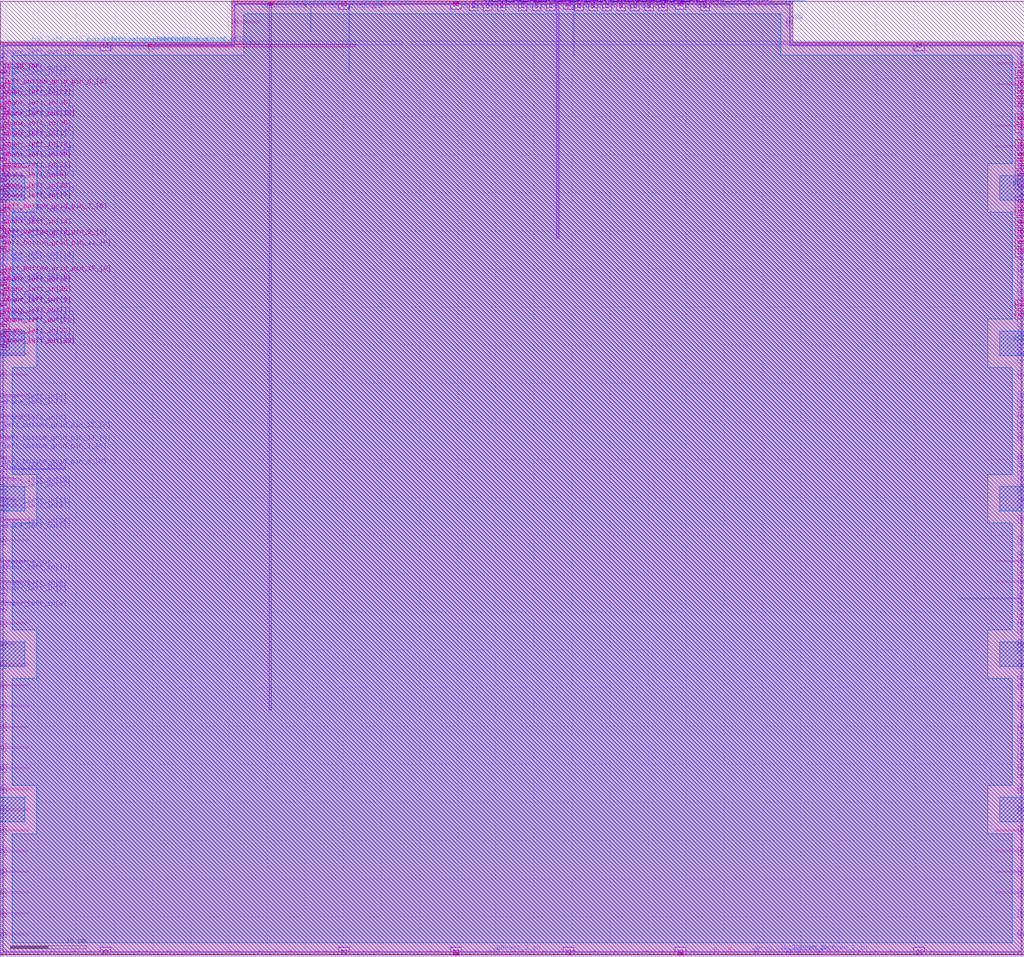
<source format=lef>
VERSION 5.7 ;
BUSBITCHARS "[]" ;

UNITS
  DATABASE MICRONS 1000 ;
END UNITS

MANUFACTURINGGRID 0.005 ;

LAYER li1
  TYPE ROUTING ;
  DIRECTION VERTICAL ;
  PITCH 0.46 ;
  WIDTH 0.17 ;
END li1

LAYER mcon
  TYPE CUT ;
END mcon

LAYER met1
  TYPE ROUTING ;
  DIRECTION HORIZONTAL ;
  PITCH 0.34 ;
  WIDTH 0.14 ;
END met1

LAYER via
  TYPE CUT ;
END via

LAYER met2
  TYPE ROUTING ;
  DIRECTION VERTICAL ;
  PITCH 0.46 ;
  WIDTH 0.14 ;
END met2

LAYER via2
  TYPE CUT ;
END via2

LAYER met3
  TYPE ROUTING ;
  DIRECTION HORIZONTAL ;
  PITCH 0.68 ;
  WIDTH 0.3 ;
END met3

LAYER via3
  TYPE CUT ;
END via3

LAYER met4
  TYPE ROUTING ;
  DIRECTION VERTICAL ;
  PITCH 0.92 ;
  WIDTH 0.3 ;
END met4

LAYER via4
  TYPE CUT ;
END via4

LAYER met5
  TYPE ROUTING ;
  DIRECTION HORIZONTAL ;
  PITCH 3.4 ;
  WIDTH 1.6 ;
END met5

LAYER nwell
  TYPE MASTERSLICE ;
END nwell

LAYER pwell
  TYPE MASTERSLICE ;
END pwell

LAYER OVERLAP
  TYPE OVERLAP ;
END OVERLAP

VIA L1M1_PR
  LAYER li1 ;
    RECT -0.085 -0.085 0.085 0.085 ;
  LAYER mcon ;
    RECT -0.085 -0.085 0.085 0.085 ;
  LAYER met1 ;
    RECT -0.145 -0.115 0.145 0.115 ;
END L1M1_PR

VIA L1M1_PR_R
  LAYER li1 ;
    RECT -0.085 -0.085 0.085 0.085 ;
  LAYER mcon ;
    RECT -0.085 -0.085 0.085 0.085 ;
  LAYER met1 ;
    RECT -0.115 -0.145 0.115 0.145 ;
END L1M1_PR_R

VIA L1M1_PR_M
  LAYER li1 ;
    RECT -0.085 -0.085 0.085 0.085 ;
  LAYER mcon ;
    RECT -0.085 -0.085 0.085 0.085 ;
  LAYER met1 ;
    RECT -0.115 -0.145 0.115 0.145 ;
END L1M1_PR_M

VIA L1M1_PR_MR
  LAYER li1 ;
    RECT -0.085 -0.085 0.085 0.085 ;
  LAYER mcon ;
    RECT -0.085 -0.085 0.085 0.085 ;
  LAYER met1 ;
    RECT -0.145 -0.115 0.145 0.115 ;
END L1M1_PR_MR

VIA L1M1_PR_C
  LAYER li1 ;
    RECT -0.085 -0.085 0.085 0.085 ;
  LAYER mcon ;
    RECT -0.085 -0.085 0.085 0.085 ;
  LAYER met1 ;
    RECT -0.145 -0.145 0.145 0.145 ;
END L1M1_PR_C

VIA M1M2_PR
  LAYER met1 ;
    RECT -0.16 -0.13 0.16 0.13 ;
  LAYER via ;
    RECT -0.075 -0.075 0.075 0.075 ;
  LAYER met2 ;
    RECT -0.13 -0.16 0.13 0.16 ;
END M1M2_PR

VIA M1M2_PR_Enc
  LAYER met1 ;
    RECT -0.16 -0.13 0.16 0.13 ;
  LAYER via ;
    RECT -0.075 -0.075 0.075 0.075 ;
  LAYER met2 ;
    RECT -0.16 -0.13 0.16 0.13 ;
END M1M2_PR_Enc

VIA M1M2_PR_R
  LAYER met1 ;
    RECT -0.13 -0.16 0.13 0.16 ;
  LAYER via ;
    RECT -0.075 -0.075 0.075 0.075 ;
  LAYER met2 ;
    RECT -0.16 -0.13 0.16 0.13 ;
END M1M2_PR_R

VIA M1M2_PR_R_Enc
  LAYER met1 ;
    RECT -0.13 -0.16 0.13 0.16 ;
  LAYER via ;
    RECT -0.075 -0.075 0.075 0.075 ;
  LAYER met2 ;
    RECT -0.13 -0.16 0.13 0.16 ;
END M1M2_PR_R_Enc

VIA M1M2_PR_M
  LAYER met1 ;
    RECT -0.16 -0.13 0.16 0.13 ;
  LAYER via ;
    RECT -0.075 -0.075 0.075 0.075 ;
  LAYER met2 ;
    RECT -0.16 -0.13 0.16 0.13 ;
END M1M2_PR_M

VIA M1M2_PR_M_Enc
  LAYER met1 ;
    RECT -0.16 -0.13 0.16 0.13 ;
  LAYER via ;
    RECT -0.075 -0.075 0.075 0.075 ;
  LAYER met2 ;
    RECT -0.13 -0.16 0.13 0.16 ;
END M1M2_PR_M_Enc

VIA M1M2_PR_MR
  LAYER met1 ;
    RECT -0.13 -0.16 0.13 0.16 ;
  LAYER via ;
    RECT -0.075 -0.075 0.075 0.075 ;
  LAYER met2 ;
    RECT -0.13 -0.16 0.13 0.16 ;
END M1M2_PR_MR

VIA M1M2_PR_MR_Enc
  LAYER met1 ;
    RECT -0.13 -0.16 0.13 0.16 ;
  LAYER via ;
    RECT -0.075 -0.075 0.075 0.075 ;
  LAYER met2 ;
    RECT -0.16 -0.13 0.16 0.13 ;
END M1M2_PR_MR_Enc

VIA M1M2_PR_C
  LAYER met1 ;
    RECT -0.16 -0.16 0.16 0.16 ;
  LAYER via ;
    RECT -0.075 -0.075 0.075 0.075 ;
  LAYER met2 ;
    RECT -0.16 -0.16 0.16 0.16 ;
END M1M2_PR_C

VIA M2M3_PR
  LAYER met2 ;
    RECT -0.14 -0.185 0.14 0.185 ;
  LAYER via2 ;
    RECT -0.1 -0.1 0.1 0.1 ;
  LAYER met3 ;
    RECT -0.165 -0.165 0.165 0.165 ;
END M2M3_PR

VIA M2M3_PR_R
  LAYER met2 ;
    RECT -0.185 -0.14 0.185 0.14 ;
  LAYER via2 ;
    RECT -0.1 -0.1 0.1 0.1 ;
  LAYER met3 ;
    RECT -0.165 -0.165 0.165 0.165 ;
END M2M3_PR_R

VIA M2M3_PR_M
  LAYER met2 ;
    RECT -0.14 -0.185 0.14 0.185 ;
  LAYER via2 ;
    RECT -0.1 -0.1 0.1 0.1 ;
  LAYER met3 ;
    RECT -0.165 -0.165 0.165 0.165 ;
END M2M3_PR_M

VIA M2M3_PR_MR
  LAYER met2 ;
    RECT -0.185 -0.14 0.185 0.14 ;
  LAYER via2 ;
    RECT -0.1 -0.1 0.1 0.1 ;
  LAYER met3 ;
    RECT -0.165 -0.165 0.165 0.165 ;
END M2M3_PR_MR

VIA M2M3_PR_C
  LAYER met2 ;
    RECT -0.185 -0.185 0.185 0.185 ;
  LAYER via2 ;
    RECT -0.1 -0.1 0.1 0.1 ;
  LAYER met3 ;
    RECT -0.165 -0.165 0.165 0.165 ;
END M2M3_PR_C

VIA M3M4_PR
  LAYER met3 ;
    RECT -0.19 -0.16 0.19 0.16 ;
  LAYER via3 ;
    RECT -0.1 -0.1 0.1 0.1 ;
  LAYER met4 ;
    RECT -0.165 -0.165 0.165 0.165 ;
END M3M4_PR

VIA M3M4_PR_R
  LAYER met3 ;
    RECT -0.16 -0.19 0.16 0.19 ;
  LAYER via3 ;
    RECT -0.1 -0.1 0.1 0.1 ;
  LAYER met4 ;
    RECT -0.165 -0.165 0.165 0.165 ;
END M3M4_PR_R

VIA M3M4_PR_M
  LAYER met3 ;
    RECT -0.19 -0.16 0.19 0.16 ;
  LAYER via3 ;
    RECT -0.1 -0.1 0.1 0.1 ;
  LAYER met4 ;
    RECT -0.165 -0.165 0.165 0.165 ;
END M3M4_PR_M

VIA M3M4_PR_MR
  LAYER met3 ;
    RECT -0.16 -0.19 0.16 0.19 ;
  LAYER via3 ;
    RECT -0.1 -0.1 0.1 0.1 ;
  LAYER met4 ;
    RECT -0.165 -0.165 0.165 0.165 ;
END M3M4_PR_MR

VIA M3M4_PR_C
  LAYER met3 ;
    RECT -0.19 -0.19 0.19 0.19 ;
  LAYER via3 ;
    RECT -0.1 -0.1 0.1 0.1 ;
  LAYER met4 ;
    RECT -0.165 -0.165 0.165 0.165 ;
END M3M4_PR_C

VIA M4M5_PR
  LAYER met4 ;
    RECT -0.59 -0.59 0.59 0.59 ;
  LAYER via4 ;
    RECT -0.4 -0.4 0.4 0.4 ;
  LAYER met5 ;
    RECT -0.71 -0.71 0.71 0.71 ;
END M4M5_PR

VIA M4M5_PR_R
  LAYER met4 ;
    RECT -0.59 -0.59 0.59 0.59 ;
  LAYER via4 ;
    RECT -0.4 -0.4 0.4 0.4 ;
  LAYER met5 ;
    RECT -0.71 -0.71 0.71 0.71 ;
END M4M5_PR_R

VIA M4M5_PR_M
  LAYER met4 ;
    RECT -0.59 -0.59 0.59 0.59 ;
  LAYER via4 ;
    RECT -0.4 -0.4 0.4 0.4 ;
  LAYER met5 ;
    RECT -0.71 -0.71 0.71 0.71 ;
END M4M5_PR_M

VIA M4M5_PR_MR
  LAYER met4 ;
    RECT -0.59 -0.59 0.59 0.59 ;
  LAYER via4 ;
    RECT -0.4 -0.4 0.4 0.4 ;
  LAYER met5 ;
    RECT -0.71 -0.71 0.71 0.71 ;
END M4M5_PR_MR

VIA M4M5_PR_C
  LAYER met4 ;
    RECT -0.59 -0.59 0.59 0.59 ;
  LAYER via4 ;
    RECT -0.4 -0.4 0.4 0.4 ;
  LAYER met5 ;
    RECT -0.71 -0.71 0.71 0.71 ;
END M4M5_PR_C

SITE unit
  CLASS CORE ;
  SYMMETRY Y ;
  SIZE 0.46 BY 2.72 ;
END unit

SITE unithddbl
  CLASS CORE ;
  SIZE 0.46 BY 5.44 ;
END unithddbl

MACRO sb_1__0_
  CLASS BLOCK ;
  ORIGIN 0 0 ;
  SIZE 134.32 BY 125.12 ;
  SYMMETRY X Y ;
  PIN pReset[0]
    DIRECTION INPUT ;
    USE SIGNAL ;
    PORT
      LAYER met2 ;
        RECT 72.84 124.635 72.98 125.12 ;
    END
  END pReset[0]
  PIN chany_top_in[0]
    DIRECTION INPUT ;
    USE SIGNAL ;
    PORT
      LAYER met4 ;
        RECT 75.75 124.32 76.05 125.12 ;
    END
  END chany_top_in[0]
  PIN chany_top_in[1]
    DIRECTION INPUT ;
    USE SIGNAL ;
    PORT
      LAYER met4 ;
        RECT 79.43 124.32 79.73 125.12 ;
    END
  END chany_top_in[1]
  PIN chany_top_in[2]
    DIRECTION INPUT ;
    USE SIGNAL ;
    PORT
      LAYER met2 ;
        RECT 87.1 124.635 87.24 125.12 ;
    END
  END chany_top_in[2]
  PIN chany_top_in[3]
    DIRECTION INPUT ;
    USE SIGNAL ;
    PORT
      LAYER met4 ;
        RECT 86.79 124.32 87.09 125.12 ;
    END
  END chany_top_in[3]
  PIN chany_top_in[4]
    DIRECTION INPUT ;
    USE SIGNAL ;
    PORT
      LAYER met4 ;
        RECT 63.79 124.32 64.09 125.12 ;
    END
  END chany_top_in[4]
  PIN chany_top_in[5]
    DIRECTION INPUT ;
    USE SIGNAL ;
    PORT
      LAYER met2 ;
        RECT 71 124.635 71.14 125.12 ;
    END
  END chany_top_in[5]
  PIN chany_top_in[6]
    DIRECTION INPUT ;
    USE SIGNAL ;
    PORT
      LAYER met2 ;
        RECT 92.62 124.635 92.76 125.12 ;
    END
  END chany_top_in[6]
  PIN chany_top_in[7]
    DIRECTION INPUT ;
    USE SIGNAL ;
    PORT
      LAYER met4 ;
        RECT 77.59 124.32 77.89 125.12 ;
    END
  END chany_top_in[7]
  PIN chany_top_in[8]
    DIRECTION INPUT ;
    USE SIGNAL ;
    PORT
      LAYER met4 ;
        RECT 70.23 124.32 70.53 125.12 ;
    END
  END chany_top_in[8]
  PIN chany_top_in[9]
    DIRECTION INPUT ;
    USE SIGNAL ;
    PORT
      LAYER met2 ;
        RECT 34.66 124.635 34.8 125.12 ;
    END
  END chany_top_in[9]
  PIN chany_top_in[10]
    DIRECTION INPUT ;
    USE SIGNAL ;
    PORT
      LAYER met2 ;
        RECT 35.58 124.635 35.72 125.12 ;
    END
  END chany_top_in[10]
  PIN chany_top_in[11]
    DIRECTION INPUT ;
    USE SIGNAL ;
    PORT
      LAYER met2 ;
        RECT 95.84 124.635 95.98 125.12 ;
    END
  END chany_top_in[11]
  PIN chany_top_in[12]
    DIRECTION INPUT ;
    USE SIGNAL ;
    PORT
      LAYER met2 ;
        RECT 81.58 124.635 81.72 125.12 ;
    END
  END chany_top_in[12]
  PIN chany_top_in[13]
    DIRECTION INPUT ;
    USE SIGNAL ;
    PORT
      LAYER met2 ;
        RECT 78.36 124.635 78.5 125.12 ;
    END
  END chany_top_in[13]
  PIN chany_top_in[14]
    DIRECTION INPUT ;
    USE SIGNAL ;
    PORT
      LAYER met4 ;
        RECT 61.95 124.32 62.25 125.12 ;
    END
  END chany_top_in[14]
  PIN chany_top_in[15]
    DIRECTION INPUT ;
    USE SIGNAL ;
    PORT
      LAYER met4 ;
        RECT 72.07 124.32 72.37 125.12 ;
    END
  END chany_top_in[15]
  PIN chany_top_in[16]
    DIRECTION INPUT ;
    USE SIGNAL ;
    PORT
      LAYER met2 ;
        RECT 86.18 124.635 86.32 125.12 ;
    END
  END chany_top_in[16]
  PIN chany_top_in[17]
    DIRECTION INPUT ;
    USE SIGNAL ;
    PORT
      LAYER met2 ;
        RECT 94 124.635 94.14 125.12 ;
    END
  END chany_top_in[17]
  PIN chany_top_in[18]
    DIRECTION INPUT ;
    USE SIGNAL ;
    PORT
      LAYER met4 ;
        RECT 83.11 124.32 83.41 125.12 ;
    END
  END chany_top_in[18]
  PIN chany_top_in[19]
    DIRECTION INPUT ;
    USE SIGNAL ;
    PORT
      LAYER met2 ;
        RECT 80.2 124.635 80.34 125.12 ;
    END
  END chany_top_in[19]
  PIN chany_top_in[20]
    DIRECTION INPUT ;
    USE SIGNAL ;
    PORT
      LAYER met2 ;
        RECT 42.02 124.635 42.16 125.12 ;
    END
  END chany_top_in[20]
  PIN chany_top_in[21]
    DIRECTION INPUT ;
    USE SIGNAL ;
    PORT
      LAYER met4 ;
        RECT 65.63 124.32 65.93 125.12 ;
    END
  END chany_top_in[21]
  PIN chany_top_in[22]
    DIRECTION INPUT ;
    USE SIGNAL ;
    PORT
      LAYER met4 ;
        RECT 68.39 124.32 68.69 125.12 ;
    END
  END chany_top_in[22]
  PIN chany_top_in[23]
    DIRECTION INPUT ;
    USE SIGNAL ;
    PORT
      LAYER met2 ;
        RECT 83.42 124.635 83.56 125.12 ;
    END
  END chany_top_in[23]
  PIN chany_top_in[24]
    DIRECTION INPUT ;
    USE SIGNAL ;
    PORT
      LAYER met4 ;
        RECT 81.27 124.32 81.57 125.12 ;
    END
  END chany_top_in[24]
  PIN chany_top_in[25]
    DIRECTION INPUT ;
    USE SIGNAL ;
    PORT
      LAYER met4 ;
        RECT 84.95 124.32 85.25 125.12 ;
    END
  END chany_top_in[25]
  PIN chany_top_in[26]
    DIRECTION INPUT ;
    USE SIGNAL ;
    PORT
      LAYER met2 ;
        RECT 88.02 124.635 88.16 125.12 ;
    END
  END chany_top_in[26]
  PIN chany_top_in[27]
    DIRECTION INPUT ;
    USE SIGNAL ;
    PORT
      LAYER met2 ;
        RECT 89.86 124.635 90 125.12 ;
    END
  END chany_top_in[27]
  PIN chany_top_in[28]
    DIRECTION INPUT ;
    USE SIGNAL ;
    PORT
      LAYER met2 ;
        RECT 91.7 124.635 91.84 125.12 ;
    END
  END chany_top_in[28]
  PIN chany_top_in[29]
    DIRECTION INPUT ;
    USE SIGNAL ;
    PORT
      LAYER met2 ;
        RECT 82.5 124.635 82.64 125.12 ;
    END
  END chany_top_in[29]
  PIN top_left_grid_pin_44_[0]
    DIRECTION INPUT ;
    USE SIGNAL ;
    PORT
      LAYER met2 ;
        RECT 17.18 119.195 17.32 119.68 ;
    END
  END top_left_grid_pin_44_[0]
  PIN top_left_grid_pin_45_[0]
    DIRECTION INPUT ;
    USE SIGNAL ;
    PORT
      LAYER met2 ;
        RECT 12.12 119.195 12.26 119.68 ;
    END
  END top_left_grid_pin_45_[0]
  PIN top_left_grid_pin_46_[0]
    DIRECTION INPUT ;
    USE SIGNAL ;
    PORT
      LAYER met2 ;
        RECT 19.02 119.195 19.16 119.68 ;
    END
  END top_left_grid_pin_46_[0]
  PIN top_left_grid_pin_47_[0]
    DIRECTION INPUT ;
    USE SIGNAL ;
    PORT
      LAYER met2 ;
        RECT 20.4 119.195 20.54 119.68 ;
    END
  END top_left_grid_pin_47_[0]
  PIN top_left_grid_pin_48_[0]
    DIRECTION INPUT ;
    USE SIGNAL ;
    PORT
      LAYER met2 ;
        RECT 3.84 119.195 3.98 119.68 ;
    END
  END top_left_grid_pin_48_[0]
  PIN top_left_grid_pin_49_[0]
    DIRECTION INPUT ;
    USE SIGNAL ;
    PORT
      LAYER met2 ;
        RECT 14.42 119.195 14.56 119.68 ;
    END
  END top_left_grid_pin_49_[0]
  PIN top_left_grid_pin_50_[0]
    DIRECTION INPUT ;
    USE SIGNAL ;
    PORT
      LAYER met2 ;
        RECT 11.2 119.195 11.34 119.68 ;
    END
  END top_left_grid_pin_50_[0]
  PIN top_left_grid_pin_51_[0]
    DIRECTION INPUT ;
    USE SIGNAL ;
    PORT
      LAYER met2 ;
        RECT 18.1 119.195 18.24 119.68 ;
    END
  END top_left_grid_pin_51_[0]
  PIN chanx_right_in[0]
    DIRECTION INPUT ;
    USE SIGNAL ;
    PORT
      LAYER met1 ;
        RECT 133.725 23.56 134.32 23.7 ;
    END
  END chanx_right_in[0]
  PIN chanx_right_in[1]
    DIRECTION INPUT ;
    USE SIGNAL ;
    PORT
      LAYER met3 ;
        RECT 133.52 109.67 134.32 109.97 ;
    END
  END chanx_right_in[1]
  PIN chanx_right_in[2]
    DIRECTION INPUT ;
    USE SIGNAL ;
    PORT
      LAYER met1 ;
        RECT 133.725 28.32 134.32 28.46 ;
    END
  END chanx_right_in[2]
  PIN chanx_right_in[3]
    DIRECTION INPUT ;
    USE SIGNAL ;
    PORT
      LAYER met1 ;
        RECT 133.725 69.12 134.32 69.26 ;
    END
  END chanx_right_in[3]
  PIN chanx_right_in[4]
    DIRECTION INPUT ;
    USE SIGNAL ;
    PORT
      LAYER met1 ;
        RECT 133.725 110.26 134.32 110.4 ;
    END
  END chanx_right_in[4]
  PIN chanx_right_in[5]
    DIRECTION INPUT ;
    USE SIGNAL ;
    PORT
      LAYER met1 ;
        RECT 133.725 48.04 134.32 48.18 ;
    END
  END chanx_right_in[5]
  PIN chanx_right_in[6]
    DIRECTION INPUT ;
    USE SIGNAL ;
    PORT
      LAYER met1 ;
        RECT 133.725 42.6 134.32 42.74 ;
    END
  END chanx_right_in[6]
  PIN chanx_right_in[7]
    DIRECTION INPUT ;
    USE SIGNAL ;
    PORT
      LAYER met1 ;
        RECT 133.725 109.58 134.32 109.72 ;
    END
  END chanx_right_in[7]
  PIN chanx_right_in[8]
    DIRECTION INPUT ;
    USE SIGNAL ;
    PORT
      LAYER met1 ;
        RECT 133.725 60.96 134.32 61.1 ;
    END
  END chanx_right_in[8]
  PIN chanx_right_in[9]
    DIRECTION INPUT ;
    USE SIGNAL ;
    PORT
      LAYER met1 ;
        RECT 133.725 105.16 134.32 105.3 ;
    END
  END chanx_right_in[9]
  PIN chanx_right_in[10]
    DIRECTION INPUT ;
    USE SIGNAL ;
    PORT
      LAYER met1 ;
        RECT 133.725 102.44 134.32 102.58 ;
    END
  END chanx_right_in[10]
  PIN chanx_right_in[11]
    DIRECTION INPUT ;
    USE SIGNAL ;
    PORT
      LAYER met1 ;
        RECT 133.725 85.1 134.32 85.24 ;
    END
  END chanx_right_in[11]
  PIN chanx_right_in[12]
    DIRECTION INPUT ;
    USE SIGNAL ;
    PORT
      LAYER met1 ;
        RECT 133.725 26.28 134.32 26.42 ;
    END
  END chanx_right_in[12]
  PIN chanx_right_in[13]
    DIRECTION INPUT ;
    USE SIGNAL ;
    PORT
      LAYER met1 ;
        RECT 133.725 106.86 134.32 107 ;
    END
  END chanx_right_in[13]
  PIN chanx_right_in[14]
    DIRECTION INPUT ;
    USE SIGNAL ;
    PORT
      LAYER met1 ;
        RECT 133.725 50.76 134.32 50.9 ;
    END
  END chanx_right_in[14]
  PIN chanx_right_in[15]
    DIRECTION INPUT ;
    USE SIGNAL ;
    PORT
      LAYER met3 ;
        RECT 133.52 83.83 134.32 84.13 ;
    END
  END chanx_right_in[15]
  PIN chanx_right_in[16]
    DIRECTION INPUT ;
    USE SIGNAL ;
    PORT
      LAYER met1 ;
        RECT 133.725 64.02 134.32 64.16 ;
    END
  END chanx_right_in[16]
  PIN chanx_right_in[17]
    DIRECTION INPUT ;
    USE SIGNAL ;
    PORT
      LAYER met1 ;
        RECT 133.725 47.36 134.32 47.5 ;
    END
  END chanx_right_in[17]
  PIN chanx_right_in[18]
    DIRECTION INPUT ;
    USE SIGNAL ;
    PORT
      LAYER met1 ;
        RECT 133.725 25.6 134.32 25.74 ;
    END
  END chanx_right_in[18]
  PIN chanx_right_in[19]
    DIRECTION INPUT ;
    USE SIGNAL ;
    PORT
      LAYER met1 ;
        RECT 133.725 71.84 134.32 71.98 ;
    END
  END chanx_right_in[19]
  PIN chanx_right_in[20]
    DIRECTION INPUT ;
    USE SIGNAL ;
    PORT
      LAYER met1 ;
        RECT 133.725 98.7 134.32 98.84 ;
    END
  END chanx_right_in[20]
  PIN chanx_right_in[21]
    DIRECTION INPUT ;
    USE SIGNAL ;
    PORT
      LAYER met1 ;
        RECT 133.725 93.6 134.32 93.74 ;
    END
  END chanx_right_in[21]
  PIN chanx_right_in[22]
    DIRECTION INPUT ;
    USE SIGNAL ;
    PORT
      LAYER met3 ;
        RECT 133.52 85.19 134.32 85.49 ;
    END
  END chanx_right_in[22]
  PIN chanx_right_in[23]
    DIRECTION INPUT ;
    USE SIGNAL ;
    PORT
      LAYER met1 ;
        RECT 133.725 82.72 134.32 82.86 ;
    END
  END chanx_right_in[23]
  PIN chanx_right_in[24]
    DIRECTION INPUT ;
    USE SIGNAL ;
    PORT
      LAYER met1 ;
        RECT 133.725 45.32 134.32 45.46 ;
    END
  END chanx_right_in[24]
  PIN chanx_right_in[25]
    DIRECTION INPUT ;
    USE SIGNAL ;
    PORT
      LAYER met1 ;
        RECT 133.725 107.54 134.32 107.68 ;
    END
  END chanx_right_in[25]
  PIN chanx_right_in[26]
    DIRECTION INPUT ;
    USE SIGNAL ;
    PORT
      LAYER met3 ;
        RECT 133.52 97.43 134.32 97.73 ;
    END
  END chanx_right_in[26]
  PIN chanx_right_in[27]
    DIRECTION INPUT ;
    USE SIGNAL ;
    PORT
      LAYER met1 ;
        RECT 133.725 50.08 134.32 50.22 ;
    END
  END chanx_right_in[27]
  PIN chanx_right_in[28]
    DIRECTION INPUT ;
    USE SIGNAL ;
    PORT
      LAYER met1 ;
        RECT 133.725 69.8 134.32 69.94 ;
    END
  END chanx_right_in[28]
  PIN chanx_right_in[29]
    DIRECTION INPUT ;
    USE SIGNAL ;
    PORT
      LAYER met1 ;
        RECT 133.725 83.4 134.32 83.54 ;
    END
  END chanx_right_in[29]
  PIN right_bottom_grid_pin_1_[0]
    DIRECTION INPUT ;
    USE SIGNAL ;
    PORT
      LAYER met3 ;
        RECT 133.52 98.79 134.32 99.09 ;
    END
  END right_bottom_grid_pin_1_[0]
  PIN right_bottom_grid_pin_3_[0]
    DIRECTION INPUT ;
    USE SIGNAL ;
    PORT
      LAYER met1 ;
        RECT 133.725 58.92 134.32 59.06 ;
    END
  END right_bottom_grid_pin_3_[0]
  PIN right_bottom_grid_pin_5_[0]
    DIRECTION INPUT ;
    USE SIGNAL ;
    PORT
      LAYER met3 ;
        RECT 133.52 93.35 134.32 93.65 ;
    END
  END right_bottom_grid_pin_5_[0]
  PIN right_bottom_grid_pin_7_[0]
    DIRECTION INPUT ;
    USE SIGNAL ;
    PORT
      LAYER met1 ;
        RECT 133.725 39.88 134.32 40.02 ;
    END
  END right_bottom_grid_pin_7_[0]
  PIN right_bottom_grid_pin_9_[0]
    DIRECTION INPUT ;
    USE SIGNAL ;
    PORT
      LAYER met3 ;
        RECT 133.52 115.79 134.32 116.09 ;
    END
  END right_bottom_grid_pin_9_[0]
  PIN right_bottom_grid_pin_11_[0]
    DIRECTION INPUT ;
    USE SIGNAL ;
    PORT
      LAYER met3 ;
        RECT 133.52 114.43 134.32 114.73 ;
    END
  END right_bottom_grid_pin_11_[0]
  PIN right_bottom_grid_pin_13_[0]
    DIRECTION INPUT ;
    USE SIGNAL ;
    PORT
      LAYER met3 ;
        RECT 133.52 113.07 134.32 113.37 ;
    END
  END right_bottom_grid_pin_13_[0]
  PIN right_bottom_grid_pin_15_[0]
    DIRECTION INPUT ;
    USE SIGNAL ;
    PORT
      LAYER met3 ;
        RECT 133.52 94.71 134.32 95.01 ;
    END
  END right_bottom_grid_pin_15_[0]
  PIN right_bottom_grid_pin_17_[0]
    DIRECTION INPUT ;
    USE SIGNAL ;
    PORT
      LAYER met3 ;
        RECT 133.52 100.83 134.32 101.13 ;
    END
  END right_bottom_grid_pin_17_[0]
  PIN chanx_left_in[0]
    DIRECTION INPUT ;
    USE SIGNAL ;
    PORT
      LAYER met1 ;
        RECT 0 69.8 0.595 69.94 ;
    END
  END chanx_left_in[0]
  PIN chanx_left_in[1]
    DIRECTION INPUT ;
    USE SIGNAL ;
    PORT
      LAYER met3 ;
        RECT 0 106.95 0.8 107.25 ;
    END
  END chanx_left_in[1]
  PIN chanx_left_in[2]
    DIRECTION INPUT ;
    USE SIGNAL ;
    PORT
      LAYER met1 ;
        RECT 0 115.02 0.595 115.16 ;
    END
  END chanx_left_in[2]
  PIN chanx_left_in[3]
    DIRECTION INPUT ;
    USE SIGNAL ;
    PORT
      LAYER met1 ;
        RECT 0 47.36 0.595 47.5 ;
    END
  END chanx_left_in[3]
  PIN chanx_left_in[4]
    DIRECTION INPUT ;
    USE SIGNAL ;
    PORT
      LAYER met1 ;
        RECT 0 72.52 0.595 72.66 ;
    END
  END chanx_left_in[4]
  PIN chanx_left_in[5]
    DIRECTION INPUT ;
    USE SIGNAL ;
    PORT
      LAYER met1 ;
        RECT 0 63.34 0.595 63.48 ;
    END
  END chanx_left_in[5]
  PIN chanx_left_in[6]
    DIRECTION INPUT ;
    USE SIGNAL ;
    PORT
      LAYER met1 ;
        RECT 0 48.04 0.595 48.18 ;
    END
  END chanx_left_in[6]
  PIN chanx_left_in[7]
    DIRECTION INPUT ;
    USE SIGNAL ;
    PORT
      LAYER met1 ;
        RECT 0 71.84 0.595 71.98 ;
    END
  END chanx_left_in[7]
  PIN chanx_left_in[8]
    DIRECTION INPUT ;
    USE SIGNAL ;
    PORT
      LAYER met1 ;
        RECT 0 45.32 0.595 45.46 ;
    END
  END chanx_left_in[8]
  PIN chanx_left_in[9]
    DIRECTION INPUT ;
    USE SIGNAL ;
    PORT
      LAYER met3 ;
        RECT 0 101.51 0.8 101.81 ;
    END
  END chanx_left_in[9]
  PIN chanx_left_in[10]
    DIRECTION INPUT ;
    USE SIGNAL ;
    PORT
      LAYER met1 ;
        RECT 0 50.08 0.595 50.22 ;
    END
  END chanx_left_in[10]
  PIN chanx_left_in[11]
    DIRECTION INPUT ;
    USE SIGNAL ;
    PORT
      LAYER met1 ;
        RECT 0 58.92 0.595 59.06 ;
    END
  END chanx_left_in[11]
  PIN chanx_left_in[12]
    DIRECTION INPUT ;
    USE SIGNAL ;
    PORT
      LAYER met1 ;
        RECT 0 85.1 0.595 85.24 ;
    END
  END chanx_left_in[12]
  PIN chanx_left_in[13]
    DIRECTION INPUT ;
    USE SIGNAL ;
    PORT
      LAYER met3 ;
        RECT 0 105.59 0.8 105.89 ;
    END
  END chanx_left_in[13]
  PIN chanx_left_in[14]
    DIRECTION INPUT ;
    USE SIGNAL ;
    PORT
      LAYER met3 ;
        RECT 0 95.39 0.8 95.69 ;
    END
  END chanx_left_in[14]
  PIN chanx_left_in[15]
    DIRECTION INPUT ;
    USE SIGNAL ;
    PORT
      LAYER met1 ;
        RECT 0 102.44 0.595 102.58 ;
    END
  END chanx_left_in[15]
  PIN chanx_left_in[16]
    DIRECTION INPUT ;
    USE SIGNAL ;
    PORT
      LAYER met1 ;
        RECT 0 104.48 0.595 104.62 ;
    END
  END chanx_left_in[16]
  PIN chanx_left_in[17]
    DIRECTION INPUT ;
    USE SIGNAL ;
    PORT
      LAYER met3 ;
        RECT 0 98.79 0.8 99.09 ;
    END
  END chanx_left_in[17]
  PIN chanx_left_in[18]
    DIRECTION INPUT ;
    USE SIGNAL ;
    PORT
      LAYER met3 ;
        RECT 0 111.03 0.8 111.33 ;
    END
  END chanx_left_in[18]
  PIN chanx_left_in[19]
    DIRECTION INPUT ;
    USE SIGNAL ;
    PORT
      LAYER met3 ;
        RECT 0 87.91 0.8 88.21 ;
    END
  END chanx_left_in[19]
  PIN chanx_left_in[20]
    DIRECTION INPUT ;
    USE SIGNAL ;
    PORT
      LAYER met1 ;
        RECT 0 88.5 0.595 88.64 ;
    END
  END chanx_left_in[20]
  PIN chanx_left_in[21]
    DIRECTION INPUT ;
    USE SIGNAL ;
    PORT
      LAYER met3 ;
        RECT 0 102.87 0.8 103.17 ;
    END
  END chanx_left_in[21]
  PIN chanx_left_in[22]
    DIRECTION INPUT ;
    USE SIGNAL ;
    PORT
      LAYER met3 ;
        RECT 0 81.11 0.8 81.41 ;
    END
  END chanx_left_in[22]
  PIN chanx_left_in[23]
    DIRECTION INPUT ;
    USE SIGNAL ;
    PORT
      LAYER met1 ;
        RECT 0 58.24 0.595 58.38 ;
    END
  END chanx_left_in[23]
  PIN chanx_left_in[24]
    DIRECTION INPUT ;
    USE SIGNAL ;
    PORT
      LAYER met1 ;
        RECT 0 56.2 0.595 56.34 ;
    END
  END chanx_left_in[24]
  PIN chanx_left_in[25]
    DIRECTION INPUT ;
    USE SIGNAL ;
    PORT
      LAYER met3 ;
        RECT 0 108.31 0.8 108.61 ;
    END
  END chanx_left_in[25]
  PIN chanx_left_in[26]
    DIRECTION INPUT ;
    USE SIGNAL ;
    PORT
      LAYER met3 ;
        RECT 0 86.55 0.8 86.85 ;
    END
  END chanx_left_in[26]
  PIN chanx_left_in[27]
    DIRECTION INPUT ;
    USE SIGNAL ;
    PORT
      LAYER met3 ;
        RECT 0 112.39 0.8 112.69 ;
    END
  END chanx_left_in[27]
  PIN chanx_left_in[28]
    DIRECTION INPUT ;
    USE SIGNAL ;
    PORT
      LAYER met3 ;
        RECT 0 100.15 0.8 100.45 ;
    END
  END chanx_left_in[28]
  PIN chanx_left_in[29]
    DIRECTION INPUT ;
    USE SIGNAL ;
    PORT
      LAYER met3 ;
        RECT 0 104.23 0.8 104.53 ;
    END
  END chanx_left_in[29]
  PIN left_bottom_grid_pin_1_[0]
    DIRECTION INPUT ;
    USE SIGNAL ;
    PORT
      LAYER met1 ;
        RECT 0 66.06 0.595 66.2 ;
    END
  END left_bottom_grid_pin_1_[0]
  PIN left_bottom_grid_pin_3_[0]
    DIRECTION INPUT ;
    USE SIGNAL ;
    PORT
      LAYER met3 ;
        RECT 0 94.03 0.8 94.33 ;
    END
  END left_bottom_grid_pin_3_[0]
  PIN left_bottom_grid_pin_5_[0]
    DIRECTION INPUT ;
    USE SIGNAL ;
    PORT
      LAYER met3 ;
        RECT 0 113.75 0.8 114.05 ;
    END
  END left_bottom_grid_pin_5_[0]
  PIN left_bottom_grid_pin_7_[0]
    DIRECTION INPUT ;
    USE SIGNAL ;
    PORT
      LAYER met3 ;
        RECT 0 97.43 0.8 97.73 ;
    END
  END left_bottom_grid_pin_7_[0]
  PIN left_bottom_grid_pin_9_[0]
    DIRECTION INPUT ;
    USE SIGNAL ;
    PORT
      LAYER met1 ;
        RECT 0 64.02 0.595 64.16 ;
    END
  END left_bottom_grid_pin_9_[0]
  PIN left_bottom_grid_pin_11_[0]
    DIRECTION INPUT ;
    USE SIGNAL ;
    PORT
      LAYER met3 ;
        RECT 0 92.67 0.8 92.97 ;
    END
  END left_bottom_grid_pin_11_[0]
  PIN left_bottom_grid_pin_13_[0]
    DIRECTION INPUT ;
    USE SIGNAL ;
    PORT
      LAYER met1 ;
        RECT 0 68.78 0.595 68.92 ;
    END
  END left_bottom_grid_pin_13_[0]
  PIN left_bottom_grid_pin_15_[0]
    DIRECTION INPUT ;
    USE SIGNAL ;
    PORT
      LAYER met3 ;
        RECT 0 89.27 0.8 89.57 ;
    END
  END left_bottom_grid_pin_15_[0]
  PIN left_bottom_grid_pin_17_[0]
    DIRECTION INPUT ;
    USE SIGNAL ;
    PORT
      LAYER met1 ;
        RECT 0 67.08 0.595 67.22 ;
    END
  END left_bottom_grid_pin_17_[0]
  PIN ccff_head[0]
    DIRECTION INPUT ;
    USE SIGNAL ;
    PORT
      LAYER met1 ;
        RECT 133.725 61.64 134.32 61.78 ;
    END
  END ccff_head[0]
  PIN chany_top_out[0]
    DIRECTION OUTPUT ;
    USE SIGNAL ;
    PORT
      LAYER met2 ;
        RECT 76.52 124.635 76.66 125.12 ;
    END
  END chany_top_out[0]
  PIN chany_top_out[1]
    DIRECTION OUTPUT ;
    USE SIGNAL ;
    PORT
      LAYER met2 ;
        RECT 45.24 124.635 45.38 125.12 ;
    END
  END chany_top_out[1]
  PIN chany_top_out[2]
    DIRECTION OUTPUT ;
    USE SIGNAL ;
    PORT
      LAYER met2 ;
        RECT 41.1 124.635 41.24 125.12 ;
    END
  END chany_top_out[2]
  PIN chany_top_out[3]
    DIRECTION OUTPUT ;
    USE SIGNAL ;
    PORT
      LAYER met2 ;
        RECT 79.28 124.635 79.42 125.12 ;
    END
  END chany_top_out[3]
  PIN chany_top_out[4]
    DIRECTION OUTPUT ;
    USE SIGNAL ;
    PORT
      LAYER met2 ;
        RECT 48 124.635 48.14 125.12 ;
    END
  END chany_top_out[4]
  PIN chany_top_out[5]
    DIRECTION OUTPUT ;
    USE SIGNAL ;
    PORT
      LAYER met2 ;
        RECT 61.8 124.635 61.94 125.12 ;
    END
  END chany_top_out[5]
  PIN chany_top_out[6]
    DIRECTION OUTPUT ;
    USE SIGNAL ;
    PORT
      LAYER met2 ;
        RECT 75.6 124.635 75.74 125.12 ;
    END
  END chany_top_out[6]
  PIN chany_top_out[7]
    DIRECTION OUTPUT ;
    USE SIGNAL ;
    PORT
      LAYER met2 ;
        RECT 74.68 124.635 74.82 125.12 ;
    END
  END chany_top_out[7]
  PIN chany_top_out[8]
    DIRECTION OUTPUT ;
    USE SIGNAL ;
    PORT
      LAYER met2 ;
        RECT 63.64 124.635 63.78 125.12 ;
    END
  END chany_top_out[8]
  PIN chany_top_out[9]
    DIRECTION OUTPUT ;
    USE SIGNAL ;
    PORT
      LAYER met2 ;
        RECT 69.16 124.635 69.3 125.12 ;
    END
  END chany_top_out[9]
  PIN chany_top_out[10]
    DIRECTION OUTPUT ;
    USE SIGNAL ;
    PORT
      LAYER met2 ;
        RECT 68.24 124.635 68.38 125.12 ;
    END
  END chany_top_out[10]
  PIN chany_top_out[11]
    DIRECTION OUTPUT ;
    USE SIGNAL ;
    PORT
      LAYER met2 ;
        RECT 66.4 124.635 66.54 125.12 ;
    END
  END chany_top_out[11]
  PIN chany_top_out[12]
    DIRECTION OUTPUT ;
    USE SIGNAL ;
    PORT
      LAYER met2 ;
        RECT 62.72 124.635 62.86 125.12 ;
    END
  END chany_top_out[12]
  PIN chany_top_out[13]
    DIRECTION OUTPUT ;
    USE SIGNAL ;
    PORT
      LAYER met2 ;
        RECT 49.84 124.635 49.98 125.12 ;
    END
  END chany_top_out[13]
  PIN chany_top_out[14]
    DIRECTION OUTPUT ;
    USE SIGNAL ;
    PORT
      LAYER met2 ;
        RECT 60.88 124.635 61.02 125.12 ;
    END
  END chany_top_out[14]
  PIN chany_top_out[15]
    DIRECTION OUTPUT ;
    USE SIGNAL ;
    PORT
      LAYER met2 ;
        RECT 70.08 124.635 70.22 125.12 ;
    END
  END chany_top_out[15]
  PIN chany_top_out[16]
    DIRECTION OUTPUT ;
    USE SIGNAL ;
    PORT
      LAYER met2 ;
        RECT 46.16 124.635 46.3 125.12 ;
    END
  END chany_top_out[16]
  PIN chany_top_out[17]
    DIRECTION OUTPUT ;
    USE SIGNAL ;
    PORT
      LAYER met2 ;
        RECT 64.56 124.635 64.7 125.12 ;
    END
  END chany_top_out[17]
  PIN chany_top_out[18]
    DIRECTION OUTPUT ;
    USE SIGNAL ;
    PORT
      LAYER met2 ;
        RECT 71.92 124.635 72.06 125.12 ;
    END
  END chany_top_out[18]
  PIN chany_top_out[19]
    DIRECTION OUTPUT ;
    USE SIGNAL ;
    PORT
      LAYER met2 ;
        RECT 48.92 124.635 49.06 125.12 ;
    END
  END chany_top_out[19]
  PIN chany_top_out[20]
    DIRECTION OUTPUT ;
    USE SIGNAL ;
    PORT
      LAYER met4 ;
        RECT 92.31 124.32 92.61 125.12 ;
    END
  END chany_top_out[20]
  PIN chany_top_out[21]
    DIRECTION OUTPUT ;
    USE SIGNAL ;
    PORT
      LAYER met2 ;
        RECT 77.44 124.635 77.58 125.12 ;
    END
  END chany_top_out[21]
  PIN chany_top_out[22]
    DIRECTION OUTPUT ;
    USE SIGNAL ;
    PORT
      LAYER met2 ;
        RECT 47.08 124.635 47.22 125.12 ;
    END
  END chany_top_out[22]
  PIN chany_top_out[23]
    DIRECTION OUTPUT ;
    USE SIGNAL ;
    PORT
      LAYER met2 ;
        RECT 37.42 124.635 37.56 125.12 ;
    END
  END chany_top_out[23]
  PIN chany_top_out[24]
    DIRECTION OUTPUT ;
    USE SIGNAL ;
    PORT
      LAYER met2 ;
        RECT 94.92 124.635 95.06 125.12 ;
    END
  END chany_top_out[24]
  PIN chany_top_out[25]
    DIRECTION OUTPUT ;
    USE SIGNAL ;
    PORT
      LAYER met2 ;
        RECT 44.32 124.635 44.46 125.12 ;
    END
  END chany_top_out[25]
  PIN chany_top_out[26]
    DIRECTION OUTPUT ;
    USE SIGNAL ;
    PORT
      LAYER met2 ;
        RECT 65.48 124.635 65.62 125.12 ;
    END
  END chany_top_out[26]
  PIN chany_top_out[27]
    DIRECTION OUTPUT ;
    USE SIGNAL ;
    PORT
      LAYER met2 ;
        RECT 38.8 124.635 38.94 125.12 ;
    END
  END chany_top_out[27]
  PIN chany_top_out[28]
    DIRECTION OUTPUT ;
    USE SIGNAL ;
    PORT
      LAYER met2 ;
        RECT 67.32 124.635 67.46 125.12 ;
    END
  END chany_top_out[28]
  PIN chany_top_out[29]
    DIRECTION OUTPUT ;
    USE SIGNAL ;
    PORT
      LAYER met2 ;
        RECT 43.4 124.635 43.54 125.12 ;
    END
  END chany_top_out[29]
  PIN chanx_right_out[0]
    DIRECTION OUTPUT ;
    USE SIGNAL ;
    PORT
      LAYER met1 ;
        RECT 133.725 44.64 134.32 44.78 ;
    END
  END chanx_right_out[0]
  PIN chanx_right_out[1]
    DIRECTION OUTPUT ;
    USE SIGNAL ;
    PORT
      LAYER met1 ;
        RECT 133.725 77.96 134.32 78.1 ;
    END
  END chanx_right_out[1]
  PIN chanx_right_out[2]
    DIRECTION OUTPUT ;
    USE SIGNAL ;
    PORT
      LAYER met1 ;
        RECT 133.725 63.34 134.32 63.48 ;
    END
  END chanx_right_out[2]
  PIN chanx_right_out[3]
    DIRECTION OUTPUT ;
    USE SIGNAL ;
    PORT
      LAYER met1 ;
        RECT 133.725 115.02 134.32 115.16 ;
    END
  END chanx_right_out[3]
  PIN chanx_right_out[4]
    DIRECTION OUTPUT ;
    USE SIGNAL ;
    PORT
      LAYER met1 ;
        RECT 133.725 115.7 134.32 115.84 ;
    END
  END chanx_right_out[4]
  PIN chanx_right_out[5]
    DIRECTION OUTPUT ;
    USE SIGNAL ;
    PORT
      LAYER met1 ;
        RECT 133.725 29 134.32 29.14 ;
    END
  END chanx_right_out[5]
  PIN chanx_right_out[6]
    DIRECTION OUTPUT ;
    USE SIGNAL ;
    PORT
      LAYER met3 ;
        RECT 133.52 102.19 134.32 102.49 ;
    END
  END chanx_right_out[6]
  PIN chanx_right_out[7]
    DIRECTION OUTPUT ;
    USE SIGNAL ;
    PORT
      LAYER met1 ;
        RECT 133.725 101.42 134.32 101.56 ;
    END
  END chanx_right_out[7]
  PIN chanx_right_out[8]
    DIRECTION OUTPUT ;
    USE SIGNAL ;
    PORT
      LAYER met1 ;
        RECT 133.725 80 134.32 80.14 ;
    END
  END chanx_right_out[8]
  PIN chanx_right_out[9]
    DIRECTION OUTPUT ;
    USE SIGNAL ;
    PORT
      LAYER met1 ;
        RECT 133.725 113.32 134.32 113.46 ;
    END
  END chanx_right_out[9]
  PIN chanx_right_out[10]
    DIRECTION OUTPUT ;
    USE SIGNAL ;
    PORT
      LAYER met1 ;
        RECT 133.725 117.74 134.32 117.88 ;
    END
  END chanx_right_out[10]
  PIN chanx_right_out[11]
    DIRECTION OUTPUT ;
    USE SIGNAL ;
    PORT
      LAYER met1 ;
        RECT 133.725 88.16 134.32 88.3 ;
    END
  END chanx_right_out[11]
  PIN chanx_right_out[12]
    DIRECTION OUTPUT ;
    USE SIGNAL ;
    PORT
      LAYER met1 ;
        RECT 133.725 94.28 134.32 94.42 ;
    END
  END chanx_right_out[12]
  PIN chanx_right_out[13]
    DIRECTION OUTPUT ;
    USE SIGNAL ;
    PORT
      LAYER met1 ;
        RECT 133.725 99.72 134.32 99.86 ;
    END
  END chanx_right_out[13]
  PIN chanx_right_out[14]
    DIRECTION OUTPUT ;
    USE SIGNAL ;
    PORT
      LAYER met1 ;
        RECT 133.725 72.52 134.32 72.66 ;
    END
  END chanx_right_out[14]
  PIN chanx_right_out[15]
    DIRECTION OUTPUT ;
    USE SIGNAL ;
    PORT
      LAYER met1 ;
        RECT 133.725 97 134.32 97.14 ;
    END
  END chanx_right_out[15]
  PIN chanx_right_out[16]
    DIRECTION OUTPUT ;
    USE SIGNAL ;
    PORT
      LAYER met1 ;
        RECT 133.725 95.98 134.32 96.12 ;
    END
  END chanx_right_out[16]
  PIN chanx_right_out[17]
    DIRECTION OUTPUT ;
    USE SIGNAL ;
    PORT
      LAYER met1 ;
        RECT 133.725 91.22 134.32 91.36 ;
    END
  END chanx_right_out[17]
  PIN chanx_right_out[18]
    DIRECTION OUTPUT ;
    USE SIGNAL ;
    PORT
      LAYER met3 ;
        RECT 133.52 103.55 134.32 103.85 ;
    END
  END chanx_right_out[18]
  PIN chanx_right_out[19]
    DIRECTION OUTPUT ;
    USE SIGNAL ;
    PORT
      LAYER met3 ;
        RECT 133.52 104.91 134.32 105.21 ;
    END
  END chanx_right_out[19]
  PIN chanx_right_out[20]
    DIRECTION OUTPUT ;
    USE SIGNAL ;
    PORT
      LAYER met1 ;
        RECT 133.725 80.68 134.32 80.82 ;
    END
  END chanx_right_out[20]
  PIN chanx_right_out[21]
    DIRECTION OUTPUT ;
    USE SIGNAL ;
    PORT
      LAYER met1 ;
        RECT 133.725 104.14 134.32 104.28 ;
    END
  END chanx_right_out[21]
  PIN chanx_right_out[22]
    DIRECTION OUTPUT ;
    USE SIGNAL ;
    PORT
      LAYER met3 ;
        RECT 133.52 106.27 134.32 106.57 ;
    END
  END chanx_right_out[22]
  PIN chanx_right_out[23]
    DIRECTION OUTPUT ;
    USE SIGNAL ;
    PORT
      LAYER met1 ;
        RECT 133.725 90.54 134.32 90.68 ;
    END
  END chanx_right_out[23]
  PIN chanx_right_out[24]
    DIRECTION OUTPUT ;
    USE SIGNAL ;
    PORT
      LAYER met3 ;
        RECT 133.52 96.07 134.32 96.37 ;
    END
  END chanx_right_out[24]
  PIN chanx_right_out[25]
    DIRECTION OUTPUT ;
    USE SIGNAL ;
    PORT
      LAYER met3 ;
        RECT 133.52 108.31 134.32 108.61 ;
    END
  END chanx_right_out[25]
  PIN chanx_right_out[26]
    DIRECTION OUTPUT ;
    USE SIGNAL ;
    PORT
      LAYER met1 ;
        RECT 133.725 85.78 134.32 85.92 ;
    END
  END chanx_right_out[26]
  PIN chanx_right_out[27]
    DIRECTION OUTPUT ;
    USE SIGNAL ;
    PORT
      LAYER met1 ;
        RECT 133.725 112.3 134.32 112.44 ;
    END
  END chanx_right_out[27]
  PIN chanx_right_out[28]
    DIRECTION OUTPUT ;
    USE SIGNAL ;
    PORT
      LAYER met3 ;
        RECT 133.52 111.71 134.32 112.01 ;
    END
  END chanx_right_out[28]
  PIN chanx_right_out[29]
    DIRECTION OUTPUT ;
    USE SIGNAL ;
    PORT
      LAYER met1 ;
        RECT 133.725 88.84 134.32 88.98 ;
    END
  END chanx_right_out[29]
  PIN chanx_left_out[0]
    DIRECTION OUTPUT ;
    USE SIGNAL ;
    PORT
      LAYER met3 ;
        RECT 0 85.19 0.8 85.49 ;
    END
  END chanx_left_out[0]
  PIN chanx_left_out[1]
    DIRECTION OUTPUT ;
    USE SIGNAL ;
    PORT
      LAYER met1 ;
        RECT 0 55.52 0.595 55.66 ;
    END
  END chanx_left_out[1]
  PIN chanx_left_out[2]
    DIRECTION OUTPUT ;
    USE SIGNAL ;
    PORT
      LAYER met1 ;
        RECT 0 60.96 0.595 61.1 ;
    END
  END chanx_left_out[2]
  PIN chanx_left_out[3]
    DIRECTION OUTPUT ;
    USE SIGNAL ;
    PORT
      LAYER met3 ;
        RECT 0 83.83 0.8 84.13 ;
    END
  END chanx_left_out[3]
  PIN chanx_left_out[4]
    DIRECTION OUTPUT ;
    USE SIGNAL ;
    PORT
      LAYER met1 ;
        RECT 0 115.7 0.595 115.84 ;
    END
  END chanx_left_out[4]
  PIN chanx_left_out[5]
    DIRECTION OUTPUT ;
    USE SIGNAL ;
    PORT
      LAYER met1 ;
        RECT 0 61.64 0.595 61.78 ;
    END
  END chanx_left_out[5]
  PIN chanx_left_out[6]
    DIRECTION OUTPUT ;
    USE SIGNAL ;
    PORT
      LAYER met1 ;
        RECT 0 87.82 0.595 87.96 ;
    END
  END chanx_left_out[6]
  PIN chanx_left_out[7]
    DIRECTION OUTPUT ;
    USE SIGNAL ;
    PORT
      LAYER met1 ;
        RECT 0 94.28 0.595 94.42 ;
    END
  END chanx_left_out[7]
  PIN chanx_left_out[8]
    DIRECTION OUTPUT ;
    USE SIGNAL ;
    PORT
      LAYER met1 ;
        RECT 0 82.72 0.595 82.86 ;
    END
  END chanx_left_out[8]
  PIN chanx_left_out[9]
    DIRECTION OUTPUT ;
    USE SIGNAL ;
    PORT
      LAYER met1 ;
        RECT 0 99.04 0.595 99.18 ;
    END
  END chanx_left_out[9]
  PIN chanx_left_out[10]
    DIRECTION OUTPUT ;
    USE SIGNAL ;
    PORT
      LAYER met1 ;
        RECT 0 117.74 0.595 117.88 ;
    END
  END chanx_left_out[10]
  PIN chanx_left_out[11]
    DIRECTION OUTPUT ;
    USE SIGNAL ;
    PORT
      LAYER met1 ;
        RECT 0 93.6 0.595 93.74 ;
    END
  END chanx_left_out[11]
  PIN chanx_left_out[12]
    DIRECTION OUTPUT ;
    USE SIGNAL ;
    PORT
      LAYER met1 ;
        RECT 0 99.72 0.595 99.86 ;
    END
  END chanx_left_out[12]
  PIN chanx_left_out[13]
    DIRECTION OUTPUT ;
    USE SIGNAL ;
    PORT
      LAYER met1 ;
        RECT 0 91.22 0.595 91.36 ;
    END
  END chanx_left_out[13]
  PIN chanx_left_out[14]
    DIRECTION OUTPUT ;
    USE SIGNAL ;
    PORT
      LAYER met1 ;
        RECT 0 80.68 0.595 80.82 ;
    END
  END chanx_left_out[14]
  PIN chanx_left_out[15]
    DIRECTION OUTPUT ;
    USE SIGNAL ;
    PORT
      LAYER met1 ;
        RECT 0 112.98 0.595 113.12 ;
    END
  END chanx_left_out[15]
  PIN chanx_left_out[16]
    DIRECTION OUTPUT ;
    USE SIGNAL ;
    PORT
      LAYER met1 ;
        RECT 0 101.76 0.595 101.9 ;
    END
  END chanx_left_out[16]
  PIN chanx_left_out[17]
    DIRECTION OUTPUT ;
    USE SIGNAL ;
    PORT
      LAYER met1 ;
        RECT 0 90.54 0.595 90.68 ;
    END
  END chanx_left_out[17]
  PIN chanx_left_out[18]
    DIRECTION OUTPUT ;
    USE SIGNAL ;
    PORT
      LAYER met1 ;
        RECT 0 110.26 0.595 110.4 ;
    END
  END chanx_left_out[18]
  PIN chanx_left_out[19]
    DIRECTION OUTPUT ;
    USE SIGNAL ;
    PORT
      LAYER met3 ;
        RECT 0 109.67 0.8 109.97 ;
    END
  END chanx_left_out[19]
  PIN chanx_left_out[20]
    DIRECTION OUTPUT ;
    USE SIGNAL ;
    PORT
      LAYER met3 ;
        RECT 0 82.47 0.8 82.77 ;
    END
  END chanx_left_out[20]
  PIN chanx_left_out[21]
    DIRECTION OUTPUT ;
    USE SIGNAL ;
    PORT
      LAYER met1 ;
        RECT 0 97 0.595 97.14 ;
    END
  END chanx_left_out[21]
  PIN chanx_left_out[22]
    DIRECTION OUTPUT ;
    USE SIGNAL ;
    PORT
      LAYER met3 ;
        RECT 0 79.75 0.8 80.05 ;
    END
  END chanx_left_out[22]
  PIN chanx_left_out[23]
    DIRECTION OUTPUT ;
    USE SIGNAL ;
    PORT
      LAYER met1 ;
        RECT 0 83.4 0.595 83.54 ;
    END
  END chanx_left_out[23]
  PIN chanx_left_out[24]
    DIRECTION OUTPUT ;
    USE SIGNAL ;
    PORT
      LAYER met1 ;
        RECT 0 107.54 0.595 107.68 ;
    END
  END chanx_left_out[24]
  PIN chanx_left_out[25]
    DIRECTION OUTPUT ;
    USE SIGNAL ;
    PORT
      LAYER met1 ;
        RECT 0 109.58 0.595 109.72 ;
    END
  END chanx_left_out[25]
  PIN chanx_left_out[26]
    DIRECTION OUTPUT ;
    USE SIGNAL ;
    PORT
      LAYER met1 ;
        RECT 0 80 0.595 80.14 ;
    END
  END chanx_left_out[26]
  PIN chanx_left_out[27]
    DIRECTION OUTPUT ;
    USE SIGNAL ;
    PORT
      LAYER met1 ;
        RECT 0 112.3 0.595 112.44 ;
    END
  END chanx_left_out[27]
  PIN chanx_left_out[28]
    DIRECTION OUTPUT ;
    USE SIGNAL ;
    PORT
      LAYER met1 ;
        RECT 0 105.16 0.595 105.3 ;
    END
  END chanx_left_out[28]
  PIN chanx_left_out[29]
    DIRECTION OUTPUT ;
    USE SIGNAL ;
    PORT
      LAYER met1 ;
        RECT 0 106.86 0.595 107 ;
    END
  END chanx_left_out[29]
  PIN ccff_tail[0]
    DIRECTION OUTPUT ;
    USE SIGNAL ;
    PORT
      LAYER met1 ;
        RECT 0 85.78 0.595 85.92 ;
    END
  END ccff_tail[0]
  PIN SC_IN_TOP
    DIRECTION INPUT ;
    USE SIGNAL ;
    PORT
      LAYER met3 ;
        RECT 0 115.79 0.8 116.09 ;
    END
  END SC_IN_TOP
  PIN SC_OUT_TOP
    DIRECTION OUTPUT ;
    USE SIGNAL ;
    PORT
      LAYER met3 ;
        RECT 133.52 91.99 134.32 92.29 ;
    END
  END SC_OUT_TOP
  PIN Test_en_S_in
    DIRECTION INPUT ;
    USE SIGNAL ;
    PORT
      LAYER met2 ;
        RECT 107.34 0 107.48 0.485 ;
    END
  END Test_en_S_in
  PIN Test_en_N_out
    DIRECTION OUTPUT ;
    USE SIGNAL ;
    PORT
      LAYER met2 ;
        RECT 84.34 124.635 84.48 125.12 ;
    END
  END Test_en_N_out
  PIN pReset_S_in
    DIRECTION INPUT ;
    USE SIGNAL ;
    PORT
      LAYER met2 ;
        RECT 65.02 0 65.16 0.485 ;
    END
  END pReset_S_in
  PIN pReset_E_in
    DIRECTION INPUT ;
    USE SIGNAL ;
    PORT
      LAYER met1 ;
        RECT 133.725 36.14 134.32 36.28 ;
    END
  END pReset_E_in
  PIN pReset_W_in
    DIRECTION INPUT ;
    USE SIGNAL ;
    PORT
      LAYER met1 ;
        RECT 0 95.98 0.595 96.12 ;
    END
  END pReset_W_in
  PIN pReset_N_out
    DIRECTION OUTPUT ;
    USE SIGNAL ;
    PORT
      LAYER met2 ;
        RECT 39.72 124.635 39.86 125.12 ;
    END
  END pReset_N_out
  PIN pReset_W_out
    DIRECTION OUTPUT ;
    USE SIGNAL ;
    PORT
      LAYER met1 ;
        RECT 0 50.76 0.595 50.9 ;
    END
  END pReset_W_out
  PIN pReset_E_out
    DIRECTION OUTPUT ;
    USE SIGNAL ;
    PORT
      LAYER met1 ;
        RECT 133.725 52.46 134.32 52.6 ;
    END
  END pReset_E_out
  PIN Reset_S_in
    DIRECTION INPUT ;
    USE SIGNAL ;
    PORT
      LAYER met2 ;
        RECT 104.58 0 104.72 0.485 ;
    END
  END Reset_S_in
  PIN Reset_N_out
    DIRECTION OUTPUT ;
    USE SIGNAL ;
    PORT
      LAYER met2 ;
        RECT 85.26 124.635 85.4 125.12 ;
    END
  END Reset_N_out
  PIN prog_clk_0_N_in
    DIRECTION INPUT ;
    USE CLOCK ;
    PORT
      LAYER met2 ;
        RECT 36.5 124.635 36.64 125.12 ;
    END
  END prog_clk_0_N_in
  PIN prog_clk_3_S_in
    DIRECTION INPUT ;
    USE SIGNAL ;
    PORT
      LAYER met2 ;
        RECT 99.06 0 99.2 0.485 ;
    END
  END prog_clk_3_S_in
  PIN prog_clk_3_N_out
    DIRECTION OUTPUT ;
    USE SIGNAL ;
    PORT
      LAYER met2 ;
        RECT 98.14 124.635 98.28 125.12 ;
    END
  END prog_clk_3_N_out
  PIN clk_3_S_in
    DIRECTION INPUT ;
    USE SIGNAL ;
    PORT
      LAYER met2 ;
        RECT 103.2 0 103.34 0.485 ;
    END
  END clk_3_S_in
  PIN clk_3_N_out
    DIRECTION OUTPUT ;
    USE SIGNAL ;
    PORT
      LAYER met2 ;
        RECT 101.36 124.635 101.5 125.12 ;
    END
  END clk_3_N_out
  PIN VDD
    DIRECTION INPUT ;
    USE POWER ;
    PORT
      LAYER met5 ;
        RECT 0 17.44 3.2 20.64 ;
        RECT 131.12 17.44 134.32 20.64 ;
        RECT 0 58.24 3.2 61.44 ;
        RECT 131.12 58.24 134.32 61.44 ;
        RECT 0 99.04 3.2 102.24 ;
        RECT 131.12 99.04 134.32 102.24 ;
      LAYER met4 ;
        RECT 13.5 0 14.1 0.6 ;
        RECT 44.78 0 45.38 0.6 ;
        RECT 74.22 0 74.82 0.6 ;
        RECT 120.22 0 120.82 0.6 ;
        RECT 13.5 119.08 14.1 119.68 ;
        RECT 120.22 119.08 120.82 119.68 ;
        RECT 44.78 124.52 45.38 125.12 ;
        RECT 74.22 124.52 74.82 125.12 ;
      LAYER met1 ;
        RECT 0 2.48 0.48 2.96 ;
        RECT 133.84 2.48 134.32 2.96 ;
        RECT 0 7.92 0.48 8.4 ;
        RECT 133.84 7.92 134.32 8.4 ;
        RECT 0 13.36 0.48 13.84 ;
        RECT 133.84 13.36 134.32 13.84 ;
        RECT 0 18.8 0.48 19.28 ;
        RECT 133.84 18.8 134.32 19.28 ;
        RECT 0 24.24 0.48 24.72 ;
        RECT 133.84 24.24 134.32 24.72 ;
        RECT 0 29.68 0.48 30.16 ;
        RECT 133.84 29.68 134.32 30.16 ;
        RECT 0 35.12 0.48 35.6 ;
        RECT 133.84 35.12 134.32 35.6 ;
        RECT 0 40.56 0.48 41.04 ;
        RECT 133.84 40.56 134.32 41.04 ;
        RECT 0 46 0.48 46.48 ;
        RECT 133.84 46 134.32 46.48 ;
        RECT 0 51.44 0.48 51.92 ;
        RECT 133.84 51.44 134.32 51.92 ;
        RECT 0 56.88 0.48 57.36 ;
        RECT 133.84 56.88 134.32 57.36 ;
        RECT 0 62.32 0.48 62.8 ;
        RECT 133.84 62.32 134.32 62.8 ;
        RECT 0 67.76 0.48 68.24 ;
        RECT 133.84 67.76 134.32 68.24 ;
        RECT 0 73.2 0.48 73.68 ;
        RECT 133.84 73.2 134.32 73.68 ;
        RECT 0 78.64 0.48 79.12 ;
        RECT 133.84 78.64 134.32 79.12 ;
        RECT 0 84.08 0.48 84.56 ;
        RECT 133.84 84.08 134.32 84.56 ;
        RECT 0 89.52 0.48 90 ;
        RECT 133.84 89.52 134.32 90 ;
        RECT 0 94.96 0.48 95.44 ;
        RECT 133.84 94.96 134.32 95.44 ;
        RECT 0 100.4 0.48 100.88 ;
        RECT 133.84 100.4 134.32 100.88 ;
        RECT 0 105.84 0.48 106.32 ;
        RECT 133.84 105.84 134.32 106.32 ;
        RECT 0 111.28 0.48 111.76 ;
        RECT 133.84 111.28 134.32 111.76 ;
        RECT 0 116.72 0.48 117.2 ;
        RECT 133.84 116.72 134.32 117.2 ;
        RECT 30.36 122.16 30.84 122.64 ;
        RECT 103.48 122.16 103.96 122.64 ;
    END
  END VDD
  PIN VSS
    DIRECTION INPUT ;
    USE GROUND ;
    PORT
      LAYER met5 ;
        RECT 0 37.84 3.2 41.04 ;
        RECT 131.12 37.84 134.32 41.04 ;
        RECT 0 78.64 3.2 81.84 ;
        RECT 131.12 78.64 134.32 81.84 ;
      LAYER met4 ;
        RECT 59.5 0 60.1 0.6 ;
        RECT 88.94 0 89.54 0.6 ;
        RECT 59.5 124.52 60.1 125.12 ;
        RECT 88.94 124.52 89.54 125.12 ;
      LAYER met1 ;
        RECT 0 -0.24 0.48 0.24 ;
        RECT 133.84 -0.24 134.32 0.24 ;
        RECT 0 5.2 0.48 5.68 ;
        RECT 133.84 5.2 134.32 5.68 ;
        RECT 0 10.64 0.48 11.12 ;
        RECT 133.84 10.64 134.32 11.12 ;
        RECT 0 16.08 0.48 16.56 ;
        RECT 133.84 16.08 134.32 16.56 ;
        RECT 0 21.52 0.48 22 ;
        RECT 133.84 21.52 134.32 22 ;
        RECT 0 26.96 0.48 27.44 ;
        RECT 133.84 26.96 134.32 27.44 ;
        RECT 0 32.4 0.48 32.88 ;
        RECT 133.84 32.4 134.32 32.88 ;
        RECT 0 37.84 0.48 38.32 ;
        RECT 133.84 37.84 134.32 38.32 ;
        RECT 0 43.28 0.48 43.76 ;
        RECT 133.84 43.28 134.32 43.76 ;
        RECT 0 48.72 0.48 49.2 ;
        RECT 133.84 48.72 134.32 49.2 ;
        RECT 0 54.16 0.48 54.64 ;
        RECT 133.84 54.16 134.32 54.64 ;
        RECT 0 59.6 0.48 60.08 ;
        RECT 133.84 59.6 134.32 60.08 ;
        RECT 0 65.04 0.48 65.52 ;
        RECT 133.84 65.04 134.32 65.52 ;
        RECT 0 70.48 0.48 70.96 ;
        RECT 133.84 70.48 134.32 70.96 ;
        RECT 0 75.92 0.48 76.4 ;
        RECT 133.84 75.92 134.32 76.4 ;
        RECT 0 81.36 0.48 81.84 ;
        RECT 133.84 81.36 134.32 81.84 ;
        RECT 0 86.8 0.48 87.28 ;
        RECT 133.84 86.8 134.32 87.28 ;
        RECT 0 92.24 0.48 92.72 ;
        RECT 133.84 92.24 134.32 92.72 ;
        RECT 0 97.68 0.48 98.16 ;
        RECT 133.84 97.68 134.32 98.16 ;
        RECT 0 103.12 0.48 103.6 ;
        RECT 133.84 103.12 134.32 103.6 ;
        RECT 0 108.56 0.48 109.04 ;
        RECT 133.84 108.56 134.32 109.04 ;
        RECT 0 114 0.48 114.48 ;
        RECT 133.84 114 134.32 114.48 ;
        RECT 0 119.44 0.48 119.92 ;
        RECT 133.84 119.44 134.32 119.92 ;
        RECT 30.36 124.88 30.84 125.36 ;
        RECT 103.48 124.88 103.96 125.36 ;
    END
  END VSS
  OBS
    LAYER met2 ;
      RECT 89.1 124.815 89.38 125.185 ;
      RECT 59.66 124.815 59.94 125.185 ;
      POLYGON 75.28 125.02 75.28 118.08 75.14 118.08 75.14 124.88 75.1 124.88 75.1 125.02 ;
      POLYGON 45.84 125.02 45.84 115.7 45.7 115.7 45.7 124.88 45.66 124.88 45.66 125.02 ;
      POLYGON 40.78 125.02 40.78 121.14 40.64 121.14 40.64 124.88 40.14 124.88 40.14 125.02 ;
      POLYGON 19.69 119.525 19.69 119.155 19.62 119.155 19.62 118.42 19.48 118.42 19.48 119.155 19.41 119.155 19.41 119.525 ;
      RECT 103.6 0.35 103.86 0.67 ;
      RECT 89.1 -0.065 89.38 0.305 ;
      RECT 59.66 -0.065 59.94 0.305 ;
      POLYGON 103.68 124.84 103.68 119.4 134.04 119.4 134.04 0.28 107.76 0.28 107.76 0.765 107.06 0.765 107.06 0.28 105 0.28 105 0.765 104.3 0.765 104.3 0.28 103.62 0.28 103.62 0.765 102.92 0.765 102.92 0.28 99.48 0.28 99.48 0.765 98.78 0.765 98.78 0.28 65.44 0.28 65.44 0.765 64.74 0.765 64.74 0.28 0.28 0.28 0.28 119.4 3.56 119.4 3.56 118.915 4.26 118.915 4.26 119.4 10.92 119.4 10.92 118.915 11.62 118.915 11.62 119.4 11.84 119.4 11.84 118.915 12.54 118.915 12.54 119.4 14.14 119.4 14.14 118.915 14.84 118.915 14.84 119.4 16.9 119.4 16.9 118.915 17.6 118.915 17.6 119.4 17.82 119.4 17.82 118.915 18.52 118.915 18.52 119.4 18.74 119.4 18.74 118.915 19.44 118.915 19.44 119.4 20.12 119.4 20.12 118.915 20.82 118.915 20.82 119.4 30.64 119.4 30.64 124.84 34.38 124.84 34.38 124.355 35.08 124.355 35.08 124.84 35.3 124.84 35.3 124.355 36 124.355 36 124.84 36.22 124.84 36.22 124.355 36.92 124.355 36.92 124.84 37.14 124.84 37.14 124.355 37.84 124.355 37.84 124.84 38.52 124.84 38.52 124.355 39.22 124.355 39.22 124.84 39.44 124.84 39.44 124.355 40.14 124.355 40.14 124.84 40.82 124.84 40.82 124.355 41.52 124.355 41.52 124.84 41.74 124.84 41.74 124.355 42.44 124.355 42.44 124.84 43.12 124.84 43.12 124.355 43.82 124.355 43.82 124.84 44.04 124.84 44.04 124.355 44.74 124.355 44.74 124.84 44.96 124.84 44.96 124.355 45.66 124.355 45.66 124.84 45.88 124.84 45.88 124.355 46.58 124.355 46.58 124.84 46.8 124.84 46.8 124.355 47.5 124.355 47.5 124.84 47.72 124.84 47.72 124.355 48.42 124.355 48.42 124.84 48.64 124.84 48.64 124.355 49.34 124.355 49.34 124.84 49.56 124.84 49.56 124.355 50.26 124.355 50.26 124.84 60.6 124.84 60.6 124.355 61.3 124.355 61.3 124.84 61.52 124.84 61.52 124.355 62.22 124.355 62.22 124.84 62.44 124.84 62.44 124.355 63.14 124.355 63.14 124.84 63.36 124.84 63.36 124.355 64.06 124.355 64.06 124.84 64.28 124.84 64.28 124.355 64.98 124.355 64.98 124.84 65.2 124.84 65.2 124.355 65.9 124.355 65.9 124.84 66.12 124.84 66.12 124.355 66.82 124.355 66.82 124.84 67.04 124.84 67.04 124.355 67.74 124.355 67.74 124.84 67.96 124.84 67.96 124.355 68.66 124.355 68.66 124.84 68.88 124.84 68.88 124.355 69.58 124.355 69.58 124.84 69.8 124.84 69.8 124.355 70.5 124.355 70.5 124.84 70.72 124.84 70.72 124.355 71.42 124.355 71.42 124.84 71.64 124.84 71.64 124.355 72.34 124.355 72.34 124.84 72.56 124.84 72.56 124.355 73.26 124.355 73.26 124.84 74.4 124.84 74.4 124.355 75.1 124.355 75.1 124.84 75.32 124.84 75.32 124.355 76.02 124.355 76.02 124.84 76.24 124.84 76.24 124.355 76.94 124.355 76.94 124.84 77.16 124.84 77.16 124.355 77.86 124.355 77.86 124.84 78.08 124.84 78.08 124.355 78.78 124.355 78.78 124.84 79 124.84 79 124.355 79.7 124.355 79.7 124.84 79.92 124.84 79.92 124.355 80.62 124.355 80.62 124.84 81.3 124.84 81.3 124.355 82 124.355 82 124.84 82.22 124.84 82.22 124.355 82.92 124.355 82.92 124.84 83.14 124.84 83.14 124.355 83.84 124.355 83.84 124.84 84.06 124.84 84.06 124.355 84.76 124.355 84.76 124.84 84.98 124.84 84.98 124.355 85.68 124.355 85.68 124.84 85.9 124.84 85.9 124.355 86.6 124.355 86.6 124.84 86.82 124.84 86.82 124.355 87.52 124.355 87.52 124.84 87.74 124.84 87.74 124.355 88.44 124.355 88.44 124.84 89.58 124.84 89.58 124.355 90.28 124.355 90.28 124.84 91.42 124.84 91.42 124.355 92.12 124.355 92.12 124.84 92.34 124.84 92.34 124.355 93.04 124.355 93.04 124.84 93.72 124.84 93.72 124.355 94.42 124.355 94.42 124.84 94.64 124.84 94.64 124.355 95.34 124.355 95.34 124.84 95.56 124.84 95.56 124.355 96.26 124.355 96.26 124.84 97.86 124.84 97.86 124.355 98.56 124.355 98.56 124.84 101.08 124.84 101.08 124.355 101.78 124.355 101.78 124.84 ;
    LAYER met4 ;
      POLYGON 35.585 124.945 35.585 124.615 35.57 124.615 35.57 32.15 35.27 32.15 35.27 124.615 35.255 124.615 35.255 124.945 ;
      POLYGON 73.29 124.93 73.29 94.03 72.99 94.03 72.99 124.63 72.77 124.63 72.77 124.93 ;
      POLYGON 103.56 124.72 103.56 119.28 119.82 119.28 119.82 118.68 121.22 118.68 121.22 119.28 133.92 119.28 133.92 0.4 121.22 0.4 121.22 1 119.82 1 119.82 0.4 89.94 0.4 89.94 1 88.54 1 88.54 0.4 75.22 0.4 75.22 1 73.82 1 73.82 0.4 60.5 0.4 60.5 1 59.1 1 59.1 0.4 45.78 0.4 45.78 1 44.38 1 44.38 0.4 14.5 0.4 14.5 1 13.1 1 13.1 0.4 0.4 0.4 0.4 119.28 13.1 119.28 13.1 118.68 14.5 118.68 14.5 119.28 30.76 119.28 30.76 124.72 44.38 124.72 44.38 124.12 45.78 124.12 45.78 124.72 59.1 124.72 59.1 124.12 60.5 124.12 60.5 124.72 61.55 124.72 61.55 123.92 62.65 123.92 62.65 124.72 63.39 124.72 63.39 123.92 64.49 123.92 64.49 124.72 65.23 124.72 65.23 123.92 66.33 123.92 66.33 124.72 67.99 124.72 67.99 123.92 69.09 123.92 69.09 124.72 69.83 124.72 69.83 123.92 70.93 123.92 70.93 124.72 71.67 124.72 71.67 123.92 72.77 123.92 72.77 124.72 73.82 124.72 73.82 124.12 75.22 124.12 75.22 124.72 75.35 124.72 75.35 123.92 76.45 123.92 76.45 124.72 77.19 124.72 77.19 123.92 78.29 123.92 78.29 124.72 79.03 124.72 79.03 123.92 80.13 123.92 80.13 124.72 80.87 124.72 80.87 123.92 81.97 123.92 81.97 124.72 82.71 124.72 82.71 123.92 83.81 123.92 83.81 124.72 84.55 124.72 84.55 123.92 85.65 123.92 85.65 124.72 86.39 124.72 86.39 123.92 87.49 123.92 87.49 124.72 88.54 124.72 88.54 124.12 89.94 124.12 89.94 124.72 91.91 124.72 91.91 123.92 93.01 123.92 93.01 124.72 ;
    LAYER met1 ;
      POLYGON 103.2 125.36 103.2 124.88 89.4 124.88 89.4 124.87 89.08 124.87 89.08 124.88 59.96 124.88 59.96 124.87 59.64 124.87 59.64 124.88 31.12 124.88 31.12 125.36 ;
      RECT 53.96 119.44 133.56 119.92 ;
      RECT 0.76 119.44 52.76 119.92 ;
      POLYGON 8.58 63.82 8.58 63.68 0.525 63.68 0.525 63.74 0.875 63.74 0.875 63.82 ;
      POLYGON 133.795 47.08 133.795 46.68 125.74 46.68 125.74 46.82 133.655 46.82 133.655 47.08 ;
      POLYGON 89.4 0.25 89.4 0.24 133.56 0.24 133.56 -0.24 0.76 -0.24 0.76 0.24 59.64 0.24 59.64 0.25 59.96 0.25 59.96 0.24 89.08 0.24 89.08 0.25 ;
      POLYGON 103.2 124.84 103.2 124.6 103.68 124.6 103.68 122.92 103.2 122.92 103.2 121.88 103.68 121.88 103.68 119.4 133.56 119.4 133.56 119.16 134.04 119.16 134.04 118.16 133.445 118.16 133.445 117.46 133.56 117.46 133.56 116.44 134.04 116.44 134.04 116.12 133.445 116.12 133.445 114.74 133.56 114.74 133.56 113.74 133.445 113.74 133.445 113.04 134.04 113.04 134.04 112.72 133.445 112.72 133.445 112.02 133.56 112.02 133.56 111 134.04 111 134.04 110.68 133.445 110.68 133.445 109.3 133.56 109.3 133.56 108.28 134.04 108.28 134.04 107.96 133.445 107.96 133.445 106.58 133.56 106.58 133.56 105.58 133.445 105.58 133.445 104.88 134.04 104.88 134.04 104.56 133.445 104.56 133.445 103.86 133.56 103.86 133.56 102.86 133.445 102.86 133.445 102.16 134.04 102.16 134.04 101.84 133.445 101.84 133.445 101.14 133.56 101.14 133.56 100.14 133.445 100.14 133.445 99.44 134.04 99.44 134.04 99.12 133.445 99.12 133.445 98.42 133.56 98.42 133.56 97.42 133.445 97.42 133.445 96.72 134.04 96.72 134.04 96.4 133.445 96.4 133.445 95.7 133.56 95.7 133.56 94.7 133.445 94.7 133.445 93.32 134.04 93.32 134.04 93 133.56 93 133.56 91.96 134.04 91.96 134.04 91.64 133.445 91.64 133.445 90.26 133.56 90.26 133.56 89.26 133.445 89.26 133.445 87.88 134.04 87.88 134.04 87.56 133.56 87.56 133.56 86.52 134.04 86.52 134.04 86.2 133.445 86.2 133.445 84.82 133.56 84.82 133.56 83.82 133.445 83.82 133.445 82.44 134.04 82.44 134.04 82.12 133.56 82.12 133.56 81.1 133.445 81.1 133.445 79.72 134.04 79.72 134.04 79.4 133.56 79.4 133.56 78.38 133.445 78.38 133.445 77.68 134.04 77.68 134.04 76.68 133.56 76.68 133.56 75.64 134.04 75.64 134.04 73.96 133.56 73.96 133.56 72.94 133.445 72.94 133.445 71.56 134.04 71.56 134.04 71.24 133.56 71.24 133.56 70.22 133.445 70.22 133.445 68.84 134.04 68.84 134.04 68.52 133.56 68.52 133.56 67.48 134.04 67.48 134.04 65.8 133.56 65.8 133.56 64.76 134.04 64.76 134.04 64.44 133.445 64.44 133.445 63.06 133.56 63.06 133.56 62.06 133.445 62.06 133.445 60.68 134.04 60.68 134.04 60.36 133.56 60.36 133.56 59.34 133.445 59.34 133.445 58.64 134.04 58.64 134.04 57.64 133.56 57.64 133.56 56.6 134.04 56.6 134.04 54.92 133.56 54.92 133.56 53.88 134.04 53.88 134.04 52.88 133.445 52.88 133.445 52.18 133.56 52.18 133.56 51.18 133.445 51.18 133.445 49.8 134.04 49.8 134.04 49.48 133.56 49.48 133.56 48.46 133.445 48.46 133.445 47.08 134.04 47.08 134.04 46.76 133.56 46.76 133.56 45.74 133.445 45.74 133.445 44.36 134.04 44.36 134.04 44.04 133.56 44.04 133.56 43.02 133.445 43.02 133.445 42.32 134.04 42.32 134.04 41.32 133.56 41.32 133.56 40.3 133.445 40.3 133.445 39.6 134.04 39.6 134.04 38.6 133.56 38.6 133.56 37.56 134.04 37.56 134.04 36.56 133.445 36.56 133.445 35.86 133.56 35.86 133.56 34.84 134.04 34.84 134.04 33.16 133.56 33.16 133.56 32.12 134.04 32.12 134.04 30.44 133.56 30.44 133.56 29.42 133.445 29.42 133.445 28.04 134.04 28.04 134.04 27.72 133.56 27.72 133.56 26.7 133.445 26.7 133.445 25.32 134.04 25.32 134.04 25 133.56 25 133.56 23.98 133.445 23.98 133.445 23.28 134.04 23.28 134.04 22.28 133.56 22.28 133.56 21.24 134.04 21.24 134.04 19.56 133.56 19.56 133.56 18.52 134.04 18.52 134.04 16.84 133.56 16.84 133.56 15.8 134.04 15.8 134.04 14.12 133.56 14.12 133.56 13.08 134.04 13.08 134.04 11.4 133.56 11.4 133.56 10.36 134.04 10.36 134.04 8.68 133.56 8.68 133.56 7.64 134.04 7.64 134.04 5.96 133.56 5.96 133.56 4.92 134.04 4.92 134.04 3.24 133.56 3.24 133.56 2.2 134.04 2.2 134.04 0.52 133.56 0.52 133.56 0.28 0.76 0.28 0.76 0.52 0.28 0.52 0.28 2.2 0.76 2.2 0.76 3.24 0.28 3.24 0.28 4.92 0.76 4.92 0.76 5.96 0.28 5.96 0.28 7.64 0.76 7.64 0.76 8.68 0.28 8.68 0.28 10.36 0.76 10.36 0.76 11.4 0.28 11.4 0.28 13.08 0.76 13.08 0.76 14.12 0.28 14.12 0.28 15.8 0.76 15.8 0.76 16.84 0.28 16.84 0.28 18.52 0.76 18.52 0.76 19.56 0.28 19.56 0.28 21.24 0.76 21.24 0.76 22.28 0.28 22.28 0.28 23.96 0.76 23.96 0.76 25 0.28 25 0.28 26.68 0.76 26.68 0.76 27.72 0.28 27.72 0.28 29.4 0.76 29.4 0.76 30.44 0.28 30.44 0.28 32.12 0.76 32.12 0.76 33.16 0.28 33.16 0.28 34.84 0.76 34.84 0.76 35.88 0.28 35.88 0.28 37.56 0.76 37.56 0.76 38.6 0.28 38.6 0.28 40.28 0.76 40.28 0.76 41.32 0.28 41.32 0.28 43 0.76 43 0.76 44.04 0.28 44.04 0.28 45.04 0.875 45.04 0.875 45.74 0.76 45.74 0.76 46.76 0.28 46.76 0.28 47.08 0.875 47.08 0.875 48.46 0.76 48.46 0.76 49.48 0.28 49.48 0.28 49.8 0.875 49.8 0.875 51.18 0.76 51.18 0.76 52.2 0.28 52.2 0.28 53.88 0.76 53.88 0.76 54.92 0.28 54.92 0.28 55.24 0.875 55.24 0.875 56.62 0.76 56.62 0.76 57.64 0.28 57.64 0.28 57.96 0.875 57.96 0.875 59.34 0.76 59.34 0.76 60.36 0.28 60.36 0.28 60.68 0.875 60.68 0.875 62.06 0.76 62.06 0.76 63.06 0.875 63.06 0.875 64.44 0.28 64.44 0.28 64.76 0.76 64.76 0.76 65.78 0.875 65.78 0.875 66.48 0.28 66.48 0.28 66.8 0.875 66.8 0.875 67.5 0.76 67.5 0.76 68.5 0.875 68.5 0.875 69.2 0.28 69.2 0.28 69.52 0.875 69.52 0.875 70.22 0.76 70.22 0.76 71.24 0.28 71.24 0.28 71.56 0.875 71.56 0.875 72.94 0.76 72.94 0.76 73.96 0.28 73.96 0.28 75.64 0.76 75.64 0.76 76.68 0.28 76.68 0.28 78.36 0.76 78.36 0.76 79.4 0.28 79.4 0.28 79.72 0.875 79.72 0.875 81.1 0.76 81.1 0.76 82.12 0.28 82.12 0.28 82.44 0.875 82.44 0.875 83.82 0.76 83.82 0.76 84.82 0.875 84.82 0.875 86.2 0.28 86.2 0.28 86.52 0.76 86.52 0.76 87.54 0.875 87.54 0.875 88.92 0.28 88.92 0.28 89.24 0.76 89.24 0.76 90.26 0.875 90.26 0.875 91.64 0.28 91.64 0.28 91.96 0.76 91.96 0.76 93 0.28 93 0.28 93.32 0.875 93.32 0.875 94.7 0.76 94.7 0.76 95.7 0.875 95.7 0.875 96.4 0.28 96.4 0.28 96.72 0.875 96.72 0.875 97.42 0.76 97.42 0.76 98.44 0.28 98.44 0.28 98.76 0.875 98.76 0.875 100.14 0.76 100.14 0.76 101.16 0.28 101.16 0.28 101.48 0.875 101.48 0.875 102.86 0.76 102.86 0.76 103.88 0.28 103.88 0.28 104.2 0.875 104.2 0.875 105.58 0.76 105.58 0.76 106.58 0.875 106.58 0.875 107.96 0.28 107.96 0.28 108.28 0.76 108.28 0.76 109.3 0.875 109.3 0.875 110.68 0.28 110.68 0.28 111 0.76 111 0.76 112.02 0.875 112.02 0.875 113.4 0.28 113.4 0.28 113.72 0.76 113.72 0.76 114.74 0.875 114.74 0.875 116.12 0.28 116.12 0.28 116.44 0.76 116.44 0.76 117.46 0.875 117.46 0.875 118.16 0.28 118.16 0.28 119.16 0.76 119.16 0.76 119.4 30.64 119.4 30.64 121.88 31.12 121.88 31.12 122.92 30.64 122.92 30.64 124.6 31.12 124.6 31.12 124.84 ;
    LAYER met3 ;
      POLYGON 89.405 125.165 89.405 125.16 89.62 125.16 89.62 124.84 89.405 124.84 89.405 124.835 89.075 124.835 89.075 124.84 88.86 124.84 88.86 125.16 89.075 125.16 89.075 125.165 ;
      POLYGON 59.965 125.165 59.965 125.16 60.18 125.16 60.18 124.84 59.965 124.84 59.965 124.835 59.635 124.835 59.635 124.84 59.42 124.84 59.42 125.16 59.635 125.16 59.635 125.165 ;
      POLYGON 35.815 124.945 35.815 124.615 35.485 124.615 35.485 124.62 35.075 124.62 35.075 124.94 35.485 124.94 35.485 124.945 ;
      POLYGON 19.715 119.505 19.715 119.49 46.61 119.49 46.61 119.19 19.715 119.19 19.715 119.175 19.385 119.175 19.385 119.505 ;
      POLYGON 89.405 0.285 89.405 0.28 89.62 0.28 89.62 -0.04 89.405 -0.04 89.405 -0.045 89.075 -0.045 89.075 -0.04 88.86 -0.04 88.86 0.28 89.075 0.28 89.075 0.285 ;
      POLYGON 59.965 0.285 59.965 0.28 60.18 0.28 60.18 -0.04 59.965 -0.04 59.965 -0.045 59.635 -0.045 59.635 -0.04 59.42 -0.04 59.42 0.28 59.635 0.28 59.635 0.285 ;
      POLYGON 103.56 124.72 103.56 119.28 133.92 119.28 133.92 116.49 133.12 116.49 133.12 115.39 133.92 115.39 133.92 115.13 133.12 115.13 133.12 114.03 133.92 114.03 133.92 113.77 133.12 113.77 133.12 112.67 133.92 112.67 133.92 112.41 133.12 112.41 133.12 111.31 133.92 111.31 133.92 110.37 133.12 110.37 133.12 109.27 133.92 109.27 133.92 109.01 133.12 109.01 133.12 107.91 133.92 107.91 133.92 106.97 133.12 106.97 133.12 105.87 133.92 105.87 133.92 105.61 133.12 105.61 133.12 104.51 133.92 104.51 133.92 104.25 133.12 104.25 133.12 103.15 133.92 103.15 133.92 102.89 133.12 102.89 133.12 101.79 133.92 101.79 133.92 101.53 133.12 101.53 133.12 100.43 133.92 100.43 133.92 99.49 133.12 99.49 133.12 98.39 133.92 98.39 133.92 98.13 133.12 98.13 133.12 97.03 133.92 97.03 133.92 96.77 133.12 96.77 133.12 95.67 133.92 95.67 133.92 95.41 133.12 95.41 133.12 94.31 133.92 94.31 133.92 94.05 133.12 94.05 133.12 92.95 133.92 92.95 133.92 92.69 133.12 92.69 133.12 91.59 133.92 91.59 133.92 85.89 133.12 85.89 133.12 84.79 133.92 84.79 133.92 84.53 133.12 84.53 133.12 83.43 133.92 83.43 133.92 0.4 0.4 0.4 0.4 79.35 1.2 79.35 1.2 80.45 0.4 80.45 0.4 80.71 1.2 80.71 1.2 81.81 0.4 81.81 0.4 82.07 1.2 82.07 1.2 83.17 0.4 83.17 0.4 83.43 1.2 83.43 1.2 84.53 0.4 84.53 0.4 84.79 1.2 84.79 1.2 85.89 0.4 85.89 0.4 86.15 1.2 86.15 1.2 87.25 0.4 87.25 0.4 87.51 1.2 87.51 1.2 88.61 0.4 88.61 0.4 88.87 1.2 88.87 1.2 89.97 0.4 89.97 0.4 92.27 1.2 92.27 1.2 93.37 0.4 93.37 0.4 93.63 1.2 93.63 1.2 94.73 0.4 94.73 0.4 94.99 1.2 94.99 1.2 96.09 0.4 96.09 0.4 97.03 1.2 97.03 1.2 98.13 0.4 98.13 0.4 98.39 1.2 98.39 1.2 99.49 0.4 99.49 0.4 99.75 1.2 99.75 1.2 100.85 0.4 100.85 0.4 101.11 1.2 101.11 1.2 102.21 0.4 102.21 0.4 102.47 1.2 102.47 1.2 103.57 0.4 103.57 0.4 103.83 1.2 103.83 1.2 104.93 0.4 104.93 0.4 105.19 1.2 105.19 1.2 106.29 0.4 106.29 0.4 106.55 1.2 106.55 1.2 107.65 0.4 107.65 0.4 107.91 1.2 107.91 1.2 109.01 0.4 109.01 0.4 109.27 1.2 109.27 1.2 110.37 0.4 110.37 0.4 110.63 1.2 110.63 1.2 111.73 0.4 111.73 0.4 111.99 1.2 111.99 1.2 113.09 0.4 113.09 0.4 113.35 1.2 113.35 1.2 114.45 0.4 114.45 0.4 115.39 1.2 115.39 1.2 116.49 0.4 116.49 0.4 119.28 30.76 119.28 30.76 124.72 ;
    LAYER met5 ;
      POLYGON 102.36 123.52 102.36 118.08 132.72 118.08 132.72 103.84 129.52 103.84 129.52 97.44 132.72 97.44 132.72 83.44 129.52 83.44 129.52 77.04 132.72 77.04 132.72 63.04 129.52 63.04 129.52 56.64 132.72 56.64 132.72 42.64 129.52 42.64 129.52 36.24 132.72 36.24 132.72 22.24 129.52 22.24 129.52 15.84 132.72 15.84 132.72 1.6 1.6 1.6 1.6 15.84 4.8 15.84 4.8 22.24 1.6 22.24 1.6 36.24 4.8 36.24 4.8 42.64 1.6 42.64 1.6 56.64 4.8 56.64 4.8 63.04 1.6 63.04 1.6 77.04 4.8 77.04 4.8 83.44 1.6 83.44 1.6 97.44 4.8 97.44 4.8 103.84 1.6 103.84 1.6 118.08 31.96 118.08 31.96 123.52 ;
    LAYER li1 ;
      POLYGON 103.96 125.205 103.96 125.035 100.485 125.035 100.485 124.575 100.23 124.575 100.23 125.035 99.56 125.035 99.56 124.575 99.39 124.575 99.39 125.035 98.72 125.035 98.72 124.575 98.55 124.575 98.55 125.035 97.88 125.035 97.88 124.575 97.71 124.575 97.71 125.035 97.04 125.035 97.04 124.575 96.735 124.575 96.735 125.035 95.085 125.035 95.085 124.575 94.78 124.575 94.78 125.035 94.11 125.035 94.11 124.575 93.94 124.575 93.94 125.035 93.27 125.035 93.27 124.575 93.1 124.575 93.1 125.035 92.43 125.035 92.43 124.575 92.26 124.575 92.26 125.035 91.59 125.035 91.59 124.575 91.335 124.575 91.335 125.035 86.045 125.035 86.045 124.555 85.875 124.555 85.875 125.035 85.205 125.035 85.205 124.555 85.035 124.555 85.035 125.035 84.445 125.035 84.445 124.555 84.115 124.555 84.115 125.035 83.605 125.035 83.605 124.555 83.275 124.555 83.275 125.035 82.765 125.035 82.765 124.235 82.435 124.235 82.435 125.035 77.765 125.035 77.765 124.555 77.595 124.555 77.595 125.035 76.925 125.035 76.925 124.555 76.755 124.555 76.755 125.035 76.165 125.035 76.165 124.555 75.835 124.555 75.835 125.035 75.325 125.035 75.325 124.555 74.995 124.555 74.995 125.035 74.485 125.035 74.485 124.235 74.155 124.235 74.155 125.035 65.985 125.035 65.985 124.575 65.73 124.575 65.73 125.035 65.06 125.035 65.06 124.575 64.89 124.575 64.89 125.035 64.22 125.035 64.22 124.575 64.05 124.575 64.05 125.035 63.38 125.035 63.38 124.575 63.21 124.575 63.21 125.035 62.54 125.035 62.54 124.575 62.235 124.575 62.235 125.035 52.465 125.035 52.465 124.555 52.295 124.555 52.295 125.035 51.625 125.035 51.625 124.555 51.455 124.555 51.455 125.035 50.865 125.035 50.865 124.555 50.535 124.555 50.535 125.035 50.025 125.035 50.025 124.555 49.695 124.555 49.695 125.035 49.185 125.035 49.185 124.235 48.855 124.235 48.855 125.035 42.685 125.035 42.685 124.235 42.355 124.235 42.355 125.035 41.845 125.035 41.845 124.555 41.515 124.555 41.515 125.035 41.005 125.035 41.005 124.555 40.675 124.555 40.675 125.035 40.085 125.035 40.085 124.555 39.915 124.555 39.915 125.035 39.245 125.035 39.245 124.555 39.075 124.555 39.075 125.035 30.36 125.035 30.36 125.205 ;
      RECT 103.04 122.315 103.96 122.485 ;
      RECT 30.36 122.315 34.04 122.485 ;
      POLYGON 134.32 119.765 134.32 119.595 129.635 119.595 129.635 119.09 129.35 119.09 129.35 119.595 127.335 119.595 127.335 119.09 127.05 119.09 127.05 119.595 124.595 119.595 124.595 119.215 124.265 119.215 124.265 119.595 122.275 119.595 122.275 119.09 121.99 119.09 121.99 119.595 119.965 119.595 119.965 118.785 119.695 118.785 119.695 119.595 119.025 119.595 119.025 118.785 118.785 118.785 118.785 119.595 117.235 119.595 117.235 119.215 116.905 119.215 116.905 119.595 115.09 119.595 115.09 118.775 114.86 118.775 114.86 119.595 111.74 119.595 111.74 118.86 111.4 118.86 111.4 119.595 110.645 119.595 110.645 118.86 110.305 118.86 110.305 119.595 102.205 119.595 102.205 118.86 101.875 118.86 101.875 119.595 101.66 119.595 101.66 119.765 ;
      POLYGON 34.04 119.765 34.04 119.595 29.765 119.595 29.765 119.135 29.46 119.135 29.46 119.595 28.79 119.595 28.79 119.135 28.62 119.135 28.62 119.595 27.95 119.595 27.95 119.135 27.78 119.135 27.78 119.595 27.11 119.595 27.11 119.135 26.94 119.135 26.94 119.595 26.27 119.595 26.27 119.135 26.015 119.135 26.015 119.595 22.17 119.595 22.17 118.775 21.94 118.775 21.94 119.595 20.225 119.595 20.225 118.795 19.895 118.795 19.895 119.595 19.385 119.595 19.385 119.115 19.055 119.115 19.055 119.595 18.545 119.595 18.545 119.115 18.215 119.115 18.215 119.595 17.705 119.595 17.705 119.115 17.375 119.115 17.375 119.595 16.865 119.595 16.865 119.115 16.535 119.115 16.535 119.595 16.025 119.595 16.025 119.115 15.695 119.115 15.695 119.595 14.705 119.595 14.705 118.795 14.375 118.795 14.375 119.595 13.865 119.595 13.865 119.115 13.535 119.115 13.535 119.595 13.025 119.595 13.025 119.115 12.695 119.115 12.695 119.595 12.185 119.595 12.185 119.115 11.855 119.115 11.855 119.595 11.345 119.595 11.345 119.115 11.015 119.115 11.015 119.595 10.505 119.595 10.505 119.115 10.175 119.115 10.175 119.595 9.565 119.595 9.565 118.795 9.235 118.795 9.235 119.595 8.725 119.595 8.725 119.115 8.395 119.115 8.395 119.595 7.885 119.595 7.885 119.115 7.555 119.115 7.555 119.595 6.965 119.595 6.965 119.115 6.795 119.115 6.795 119.595 6.125 119.595 6.125 119.115 5.955 119.115 5.955 119.595 0 119.595 0 119.765 ;
      RECT 130.64 116.875 134.32 117.045 ;
      RECT 0 116.875 3.68 117.045 ;
      RECT 130.64 114.155 134.32 114.325 ;
      RECT 0 114.155 1.84 114.325 ;
      RECT 133.4 111.435 134.32 111.605 ;
      RECT 0 111.435 1.84 111.605 ;
      RECT 130.64 108.715 134.32 108.885 ;
      RECT 0 108.715 1.84 108.885 ;
      RECT 130.64 105.995 134.32 106.165 ;
      RECT 0 105.995 1.84 106.165 ;
      RECT 133.86 103.275 134.32 103.445 ;
      RECT 0 103.275 3.68 103.445 ;
      RECT 133.86 100.555 134.32 100.725 ;
      RECT 0 100.555 3.68 100.725 ;
      RECT 133.86 97.835 134.32 98.005 ;
      RECT 0 97.835 1.84 98.005 ;
      RECT 133.4 95.115 134.32 95.285 ;
      RECT 0 95.115 1.84 95.285 ;
      RECT 133.4 92.395 134.32 92.565 ;
      RECT 0 92.395 1.84 92.565 ;
      RECT 133.4 89.675 134.32 89.845 ;
      RECT 0 89.675 1.84 89.845 ;
      RECT 133.4 86.955 134.32 87.125 ;
      RECT 0 86.955 1.84 87.125 ;
      RECT 133.86 84.235 134.32 84.405 ;
      RECT 0 84.235 3.68 84.405 ;
      RECT 133.86 81.515 134.32 81.685 ;
      RECT 0 81.515 3.68 81.685 ;
      RECT 133.4 78.795 134.32 78.965 ;
      RECT 0 78.795 3.68 78.965 ;
      RECT 133.4 76.075 134.32 76.245 ;
      RECT 0 76.075 3.68 76.245 ;
      RECT 133.86 73.355 134.32 73.525 ;
      RECT 0 73.355 3.68 73.525 ;
      RECT 133.4 70.635 134.32 70.805 ;
      RECT 0 70.635 3.68 70.805 ;
      RECT 133.4 67.915 134.32 68.085 ;
      RECT 0 67.915 1.84 68.085 ;
      RECT 133.4 65.195 134.32 65.365 ;
      RECT 0 65.195 1.84 65.365 ;
      RECT 133.86 62.475 134.32 62.645 ;
      RECT 0 62.475 1.84 62.645 ;
      RECT 133.86 59.755 134.32 59.925 ;
      RECT 0 59.755 1.84 59.925 ;
      RECT 133.86 57.035 134.32 57.205 ;
      RECT 0 57.035 3.68 57.205 ;
      RECT 133.86 54.315 134.32 54.485 ;
      RECT 0 54.315 3.68 54.485 ;
      RECT 130.64 51.595 134.32 51.765 ;
      RECT 0 51.595 3.68 51.765 ;
      RECT 130.64 48.875 134.32 49.045 ;
      RECT 0 48.875 3.68 49.045 ;
      RECT 133.4 46.155 134.32 46.325 ;
      RECT 0 46.155 3.68 46.325 ;
      RECT 133.4 43.435 134.32 43.605 ;
      RECT 0 43.435 3.68 43.605 ;
      RECT 133.4 40.715 134.32 40.885 ;
      RECT 0 40.715 1.84 40.885 ;
      RECT 133.4 37.995 134.32 38.165 ;
      RECT 0 37.995 3.68 38.165 ;
      RECT 133.4 35.275 134.32 35.445 ;
      RECT 0 35.275 3.68 35.445 ;
      RECT 133.4 32.555 134.32 32.725 ;
      RECT 0 32.555 3.68 32.725 ;
      RECT 133.4 29.835 134.32 30.005 ;
      RECT 0 29.835 3.68 30.005 ;
      RECT 133.86 27.115 134.32 27.285 ;
      RECT 0 27.115 3.68 27.285 ;
      RECT 133.4 24.395 134.32 24.565 ;
      RECT 0 24.395 3.68 24.565 ;
      RECT 133.4 21.675 134.32 21.845 ;
      RECT 0 21.675 3.68 21.845 ;
      RECT 133.4 18.955 134.32 19.125 ;
      RECT 0 18.955 3.68 19.125 ;
      RECT 130.64 16.235 134.32 16.405 ;
      RECT 0 16.235 3.68 16.405 ;
      RECT 130.64 13.515 134.32 13.685 ;
      RECT 0 13.515 3.68 13.685 ;
      RECT 130.64 10.795 134.32 10.965 ;
      RECT 0 10.795 3.68 10.965 ;
      RECT 130.64 8.075 134.32 8.245 ;
      RECT 0 8.075 3.68 8.245 ;
      RECT 133.86 5.355 134.32 5.525 ;
      RECT 0 5.355 3.68 5.525 ;
      RECT 133.4 2.635 134.32 2.805 ;
      RECT 0 2.635 3.68 2.805 ;
      POLYGON 95.82 0.905 95.82 0.085 98.965 0.085 98.965 0.465 99.295 0.465 99.295 0.085 103.105 0.085 103.105 0.465 103.435 0.465 103.435 0.085 108.615 0.085 108.615 0.465 108.945 0.465 108.945 0.085 109.645 0.085 109.645 0.445 109.975 0.445 109.975 0.085 112.575 0.085 112.575 0.545 112.905 0.545 112.905 0.085 114.805 0.085 114.805 0.525 114.995 0.525 114.995 0.085 116.48 0.085 116.48 0.545 116.785 0.545 116.785 0.085 121.035 0.085 121.035 0.465 121.365 0.465 121.365 0.085 122.065 0.085 122.065 0.445 122.395 0.445 122.395 0.085 124.995 0.085 124.995 0.545 125.325 0.545 125.325 0.085 127.225 0.085 127.225 0.525 127.415 0.525 127.415 0.085 128.9 0.085 128.9 0.545 129.205 0.545 129.205 0.085 134.32 0.085 134.32 -0.085 0 -0.085 0 0.085 5.575 0.085 5.575 0.465 5.905 0.465 5.905 0.085 6.605 0.085 6.605 0.445 6.935 0.445 6.935 0.085 9.535 0.085 9.535 0.545 9.865 0.545 9.865 0.085 11.765 0.085 11.765 0.525 11.955 0.525 11.955 0.085 13.44 0.085 13.44 0.545 13.745 0.545 13.745 0.085 17.995 0.085 17.995 0.465 18.325 0.465 18.325 0.085 19.025 0.085 19.025 0.445 19.355 0.445 19.355 0.085 21.955 0.085 21.955 0.545 22.285 0.545 22.285 0.085 24.185 0.085 24.185 0.525 24.375 0.525 24.375 0.085 25.86 0.085 25.86 0.545 26.165 0.545 26.165 0.085 29.955 0.085 29.955 0.465 30.285 0.465 30.285 0.085 30.985 0.085 30.985 0.445 31.315 0.445 31.315 0.085 33.915 0.085 33.915 0.545 34.245 0.545 34.245 0.085 36.145 0.085 36.145 0.525 36.335 0.525 36.335 0.085 37.82 0.085 37.82 0.545 38.125 0.545 38.125 0.085 41.455 0.085 41.455 0.465 41.785 0.465 41.785 0.085 42.485 0.085 42.485 0.445 42.815 0.445 42.815 0.085 45.415 0.085 45.415 0.545 45.745 0.545 45.745 0.085 47.645 0.085 47.645 0.525 47.835 0.525 47.835 0.085 49.32 0.085 49.32 0.545 49.625 0.545 49.625 0.085 53.425 0.085 53.425 0.465 53.755 0.465 53.755 0.085 56.175 0.085 56.175 0.465 56.505 0.465 56.505 0.085 57.205 0.085 57.205 0.445 57.535 0.445 57.535 0.085 60.135 0.085 60.135 0.545 60.465 0.545 60.465 0.085 62.365 0.085 62.365 0.525 62.555 0.525 62.555 0.085 64.04 0.085 64.04 0.545 64.345 0.545 64.345 0.085 67.215 0.085 67.215 0.465 67.545 0.465 67.545 0.085 68.245 0.085 68.245 0.445 68.575 0.445 68.575 0.085 71.175 0.085 71.175 0.545 71.505 0.545 71.505 0.085 73.405 0.085 73.405 0.525 73.595 0.525 73.595 0.085 75.08 0.085 75.08 0.545 75.385 0.545 75.385 0.085 77.805 0.085 77.805 0.465 78.135 0.465 78.135 0.085 80.555 0.085 80.555 0.465 80.885 0.465 80.885 0.085 81.585 0.085 81.585 0.445 81.915 0.445 81.915 0.085 84.515 0.085 84.515 0.545 84.845 0.545 84.845 0.085 86.745 0.085 86.745 0.525 86.935 0.525 86.935 0.085 88.42 0.085 88.42 0.545 88.725 0.545 88.725 0.085 90.685 0.085 90.685 0.465 91.015 0.465 91.015 0.085 93.75 0.085 93.75 0.905 93.98 0.905 93.98 0.085 95.59 0.085 95.59 0.905 ;
      POLYGON 103.79 124.95 103.79 119.51 134.15 119.51 134.15 0.17 0.17 0.17 0.17 119.51 30.53 119.51 30.53 124.95 ;
    LAYER mcon ;
      RECT 111.925 119.595 112.095 119.765 ;
      RECT 111.465 119.595 111.635 119.765 ;
      RECT 111.005 119.595 111.175 119.765 ;
      RECT 110.545 119.595 110.715 119.765 ;
      RECT 110.085 119.595 110.255 119.765 ;
      RECT 109.625 119.595 109.795 119.765 ;
      RECT 109.165 119.595 109.335 119.765 ;
      RECT 108.705 119.595 108.875 119.765 ;
      RECT 108.245 119.595 108.415 119.765 ;
      RECT 107.785 119.595 107.955 119.765 ;
      RECT 107.325 119.595 107.495 119.765 ;
      RECT 106.865 119.595 107.035 119.765 ;
      RECT 106.405 119.595 106.575 119.765 ;
      RECT 105.945 119.595 106.115 119.765 ;
      RECT 105.485 119.595 105.655 119.765 ;
      RECT 105.025 119.595 105.195 119.765 ;
      RECT 104.565 119.595 104.735 119.765 ;
      RECT 104.105 119.595 104.275 119.765 ;
      RECT 103.645 119.595 103.815 119.765 ;
    LAYER via ;
      RECT 89.165 124.925 89.315 125.075 ;
      RECT 59.725 124.925 59.875 125.075 ;
      RECT 98.135 124.535 98.285 124.685 ;
      RECT 17.175 119.095 17.325 119.245 ;
      RECT 89.165 0.045 89.315 0.195 ;
      RECT 59.725 0.045 59.875 0.195 ;
    LAYER via2 ;
      RECT 89.14 124.9 89.34 125.1 ;
      RECT 59.7 124.9 59.9 125.1 ;
      RECT 35.55 124.68 35.75 124.88 ;
      RECT 19.45 119.24 19.65 119.44 ;
      RECT 133.07 97.48 133.27 97.68 ;
      RECT 133.07 85.24 133.27 85.44 ;
      RECT 133.07 83.88 133.27 84.08 ;
      RECT 89.14 0.02 89.34 0.22 ;
      RECT 59.7 0.02 59.9 0.22 ;
    LAYER via3 ;
      RECT 89.14 124.9 89.34 125.1 ;
      RECT 59.7 124.9 59.9 125.1 ;
      RECT 35.32 124.68 35.52 124.88 ;
      RECT 89.14 0.02 89.34 0.22 ;
      RECT 59.7 0.02 59.9 0.22 ;
    LAYER OVERLAP ;
      POLYGON 0 0 0 119.68 30.36 119.68 30.36 125.12 103.96 125.12 103.96 119.68 134.32 119.68 134.32 0 ;
  END
END sb_1__0_

END LIBRARY

</source>
